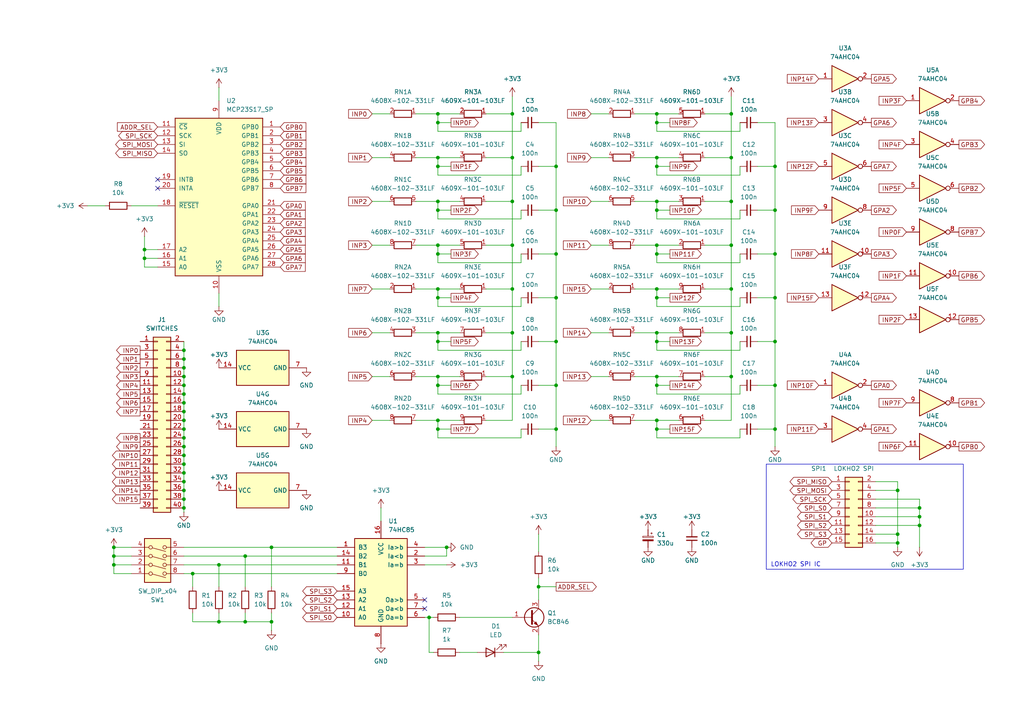
<source format=kicad_sch>
(kicad_sch (version 20250114) (generator "eeschema") (generator_version "9.0")
  (paper "A4")
  (rectangle (start 222.25 134.62) (end 279.4 165.1))
  (text "LOKHO2 SPI IC" (at 223.52 163.83 0) (effects (font (size 1.27 1.27)) (justify left)))
  (junction (at 53.34 132.08))
  (junction (at 212.09 83.82))
  (junction (at 127 73.66))
  (junction (at 148.59 45.72))
  (junction (at 53.34 121.92))
  (junction (at 53.34 109.22))
  (junction (at 375.92 114.3))
  (junction (at 190.5 86.36))
  (junction (at 127 99.06))
  (junction (at 127 86.36))
  (junction (at 212.09 58.42))
  (junction (at 53.34 101.6))
  (junction (at 212.09 45.72))
  (junction (at 375.92 38.1))
  (junction (at 71.12 180.34))
  (junction (at 127 35.56))
  (junction (at 127 109.22))
  (junction (at 190.5 33.02))
  (junction (at 156.21 189.23))
  (junction (at 190.5 124.46))
  (junction (at 156.21 170.18))
  (junction (at 53.34 144.78))
  (junction (at 224.79 99.06))
  (junction (at 78.74 180.34))
  (junction (at 63.5 163.83))
  (junction (at 224.79 60.96))
  (junction (at 260.35 157.48))
  (junction (at 337.82 88.9))
  (junction (at 190.5 71.12))
  (junction (at 375.92 50.8))
  (junction (at 161.29 60.96))
  (junction (at 224.79 73.66))
  (junction (at 78.74 158.75))
  (junction (at 375.92 63.5))
  (junction (at 148.59 58.42))
  (junction (at 33.02 161.29))
  (junction (at 212.09 71.12))
  (junction (at 190.5 96.52))
  (junction (at 190.5 45.72))
  (junction (at 375.92 76.2))
  (junction (at 53.34 139.7))
  (junction (at 124.46 179.07))
  (junction (at 53.34 147.32))
  (junction (at 33.02 163.83))
  (junction (at 190.5 48.26))
  (junction (at 148.59 71.12))
  (junction (at 33.02 158.75))
  (junction (at 266.7 152.4))
  (junction (at 53.34 137.16))
  (junction (at 53.34 142.24))
  (junction (at 127 48.26))
  (junction (at 41.91 72.39))
  (junction (at 53.34 111.76))
  (junction (at 161.29 48.26))
  (junction (at 53.34 119.38))
  (junction (at 375.92 88.9))
  (junction (at 161.29 124.46))
  (junction (at 337.82 38.1))
  (junction (at 53.34 134.62))
  (junction (at 127 60.96))
  (junction (at 161.29 86.36))
  (junction (at 127 45.72))
  (junction (at 212.09 109.22))
  (junction (at 127 124.46))
  (junction (at 127 33.02))
  (junction (at 266.7 149.86))
  (junction (at 212.09 33.02))
  (junction (at 71.12 161.29))
  (junction (at 127 121.92))
  (junction (at 53.34 114.3))
  (junction (at 190.5 99.06))
  (junction (at 127 83.82))
  (junction (at 190.5 58.42))
  (junction (at 53.34 106.68))
  (junction (at 41.91 74.93))
  (junction (at 212.09 96.52))
  (junction (at 127 96.52))
  (junction (at 190.5 111.76))
  (junction (at 190.5 60.96))
  (junction (at 53.34 129.54))
  (junction (at 53.34 116.84))
  (junction (at 190.5 35.56))
  (junction (at 260.35 154.94))
  (junction (at 127 58.42))
  (junction (at 129.54 158.75))
  (junction (at 53.34 124.46))
  (junction (at 190.5 83.82))
  (junction (at 53.34 127))
  (junction (at 127 71.12))
  (junction (at 224.79 86.36))
  (junction (at 190.5 121.92))
  (junction (at 190.5 73.66))
  (junction (at 53.34 104.14))
  (junction (at 266.7 147.32))
  (junction (at 337.82 50.8))
  (junction (at 127 111.76))
  (junction (at 190.5 109.22))
  (junction (at 337.82 63.5))
  (junction (at 161.29 73.66))
  (junction (at 148.59 83.82))
  (junction (at 63.5 180.34))
  (junction (at 224.79 124.46))
  (junction (at 224.79 111.76))
  (junction (at 148.59 33.02))
  (junction (at 260.35 142.24))
  (junction (at 148.59 109.22))
  (junction (at 55.88 166.37))
  (junction (at 148.59 96.52))
  (junction (at 224.79 48.26))
  (junction (at 337.82 101.6))
  (junction (at 161.29 111.76))
  (junction (at 337.82 114.3))
  (junction (at 337.82 76.2))
  (junction (at 375.92 101.6))
  (junction (at 161.29 99.06))
  (no_connect (at 45.72 52.07))
  (no_connect (at 123.19 176.53))
  (no_connect (at 123.19 173.99))
  (no_connect (at 45.72 54.61))
  (wire (pts (xy 53.34 139.7) (xy 53.34 142.24)))
  (wire (pts (xy 190.5 48.26) (xy 190.5 45.72)))
  (wire (pts (xy 219.71 73.66) (xy 224.79 73.66)))
  (wire (pts (xy 368.3 38.1) (xy 375.92 38.1)))
  (wire (pts (xy 212.09 83.82) (xy 212.09 71.12)))
  (wire (pts (xy 190.5 35.56) (xy 194.31 35.56)))
  (wire (pts (xy 33.02 163.83) (xy 33.02 166.37)))
  (wire (pts (xy 124.46 189.23) (xy 124.46 179.07)))
  (wire (pts (xy 107.95 33.02) (xy 113.03 33.02)))
  (wire (pts (xy 337.82 88.9) (xy 337.82 101.6)))
  (wire (pts (xy 156.21 73.66) (xy 161.29 73.66)))
  (wire (pts (xy 127 121.92) (xy 133.35 121.92)))
  (wire (pts (xy 156.21 111.76) (xy 161.29 111.76)))
  (wire (pts (xy 53.34 99.06) (xy 53.34 101.6)))
  (wire (pts (xy 353.06 101.6) (xy 360.68 101.6)))
  (wire (pts (xy 41.91 72.39) (xy 45.72 72.39)))
  (wire (pts (xy 151.13 124.46) (xy 151.13 127)))
  (wire (pts (xy 353.06 38.1) (xy 360.68 38.1)))
  (wire (pts (xy 53.34 137.16) (xy 53.34 139.7)))
  (wire (pts (xy 63.5 25.4) (xy 63.5 29.21)))
  (wire (pts (xy 156.21 170.18) (xy 156.21 173.99)))
  (wire (pts (xy 127 88.9) (xy 151.13 88.9)))
  (wire (pts (xy 190.5 111.76) (xy 190.5 109.22)))
  (wire (pts (xy 375.92 25.4) (xy 375.92 38.1)))
  (wire (pts (xy 129.54 161.29) (xy 123.19 161.29)))
  (wire (pts (xy 33.02 161.29) (xy 33.02 163.83)))
  (wire (pts (xy 120.65 58.42) (xy 127 58.42)))
  (wire (pts (xy 368.3 101.6) (xy 375.92 101.6)))
  (wire (pts (xy 127 127) (xy 151.13 127)))
  (wire (pts (xy 375.92 76.2) (xy 375.92 88.9)))
  (wire (pts (xy 330.2 38.1) (xy 337.82 38.1)))
  (wire (pts (xy 127 50.8) (xy 127 48.26)))
  (wire (pts (xy 53.34 119.38) (xy 53.34 121.92)))
  (wire (pts (xy 314.96 63.5) (xy 322.58 63.5)))
  (wire (pts (xy 133.35 179.07) (xy 148.59 179.07)))
  (wire (pts (xy 224.79 124.46) (xy 224.79 111.76)))
  (wire (pts (xy 25.4 59.69) (xy 30.48 59.69)))
  (wire (pts (xy 55.88 166.37) (xy 55.88 170.18)))
  (wire (pts (xy 214.63 76.2) (xy 190.5 76.2)))
  (wire (pts (xy 266.7 144.78) (xy 266.7 147.32)))
  (wire (pts (xy 53.34 161.29) (xy 71.12 161.29)))
  (wire (pts (xy 212.09 71.12) (xy 212.09 58.42)))
  (wire (pts (xy 53.34 114.3) (xy 53.34 116.84)))
  (wire (pts (xy 190.5 127) (xy 214.63 127)))
  (wire (pts (xy 214.63 99.06) (xy 214.63 101.6)))
  (wire (pts (xy 254 139.7) (xy 260.35 139.7)))
  (wire (pts (xy 63.5 163.83) (xy 63.5 170.18)))
  (wire (pts (xy 190.5 111.76) (xy 194.31 111.76)))
  (wire (pts (xy 190.5 83.82) (xy 196.85 83.82)))
  (wire (pts (xy 120.65 45.72) (xy 127 45.72)))
  (wire (pts (xy 127 38.1) (xy 127 35.56)))
  (wire (pts (xy 254 152.4) (xy 266.7 152.4)))
  (wire (pts (xy 161.29 170.18) (xy 156.21 170.18)))
  (wire (pts (xy 71.12 161.29) (xy 97.79 161.29)))
  (wire (pts (xy 190.5 50.8) (xy 190.5 48.26)))
  (wire (pts (xy 148.59 45.72) (xy 148.59 33.02)))
  (wire (pts (xy 219.71 48.26) (xy 224.79 48.26)))
  (wire (pts (xy 314.96 38.1) (xy 322.58 38.1)))
  (wire (pts (xy 190.5 60.96) (xy 190.5 58.42)))
  (wire (pts (xy 127 88.9) (xy 127 86.36)))
  (wire (pts (xy 55.88 177.8) (xy 55.88 180.34)))
  (wire (pts (xy 120.65 121.92) (xy 127 121.92)))
  (wire (pts (xy 78.74 158.75) (xy 97.79 158.75)))
  (wire (pts (xy 190.5 76.2) (xy 190.5 73.66)))
  (wire (pts (xy 33.02 158.75) (xy 38.1 158.75)))
  (wire (pts (xy 127 111.76) (xy 130.81 111.76)))
  (wire (pts (xy 190.5 33.02) (xy 196.85 33.02)))
  (wire (pts (xy 190.5 121.92) (xy 196.85 121.92)))
  (wire (pts (xy 161.29 99.06) (xy 161.29 86.36)))
  (wire (pts (xy 53.34 142.24) (xy 53.34 144.78)))
  (wire (pts (xy 368.3 63.5) (xy 375.92 63.5)))
  (wire (pts (xy 127 45.72) (xy 133.35 45.72)))
  (wire (pts (xy 190.5 96.52) (xy 196.85 96.52)))
  (wire (pts (xy 41.91 74.93) (xy 45.72 74.93)))
  (wire (pts (xy 190.5 73.66) (xy 194.31 73.66)))
  (wire (pts (xy 127 35.56) (xy 127 33.02)))
  (wire (pts (xy 190.5 86.36) (xy 190.5 83.82)))
  (wire (pts (xy 63.5 163.83) (xy 97.79 163.83)))
  (wire (pts (xy 212.09 96.52) (xy 212.09 83.82)))
  (wire (pts (xy 127 101.6) (xy 151.13 101.6)))
  (wire (pts (xy 330.2 50.8) (xy 337.82 50.8)))
  (wire (pts (xy 127 109.22) (xy 133.35 109.22)))
  (wire (pts (xy 127 73.66) (xy 127 71.12)))
  (wire (pts (xy 337.82 119.38) (xy 337.82 114.3)))
  (wire (pts (xy 161.29 111.76) (xy 161.29 99.06)))
  (wire (pts (xy 190.5 60.96) (xy 194.31 60.96)))
  (wire (pts (xy 156.21 124.46) (xy 161.29 124.46)))
  (wire (pts (xy 140.97 121.92) (xy 148.59 121.92)))
  (wire (pts (xy 266.7 147.32) (xy 266.7 149.86)))
  (wire (pts (xy 184.15 109.22) (xy 190.5 109.22)))
  (wire (pts (xy 140.97 71.12) (xy 148.59 71.12)))
  (wire (pts (xy 224.79 86.36) (xy 224.79 73.66)))
  (wire (pts (xy 337.82 101.6) (xy 337.82 114.3)))
  (wire (pts (xy 53.34 163.83) (xy 63.5 163.83)))
  (wire (pts (xy 190.5 73.66) (xy 190.5 71.12)))
  (wire (pts (xy 224.79 111.76) (xy 224.79 99.06)))
  (wire (pts (xy 184.15 121.92) (xy 190.5 121.92)))
  (wire (pts (xy 127 48.26) (xy 127 45.72)))
  (wire (pts (xy 156.21 154.94) (xy 156.21 160.02)))
  (wire (pts (xy 140.97 96.52) (xy 148.59 96.52)))
  (wire (pts (xy 127 124.46) (xy 130.81 124.46)))
  (wire (pts (xy 140.97 109.22) (xy 148.59 109.22)))
  (wire (pts (xy 368.3 88.9) (xy 375.92 88.9)))
  (wire (pts (xy 212.09 121.92) (xy 212.09 109.22)))
  (wire (pts (xy 41.91 72.39) (xy 41.91 74.93)))
  (wire (pts (xy 107.95 71.12) (xy 113.03 71.12)))
  (wire (pts (xy 107.95 109.22) (xy 113.03 109.22)))
  (wire (pts (xy 214.63 48.26) (xy 214.63 50.8)))
  (wire (pts (xy 184.15 58.42) (xy 190.5 58.42)))
  (wire (pts (xy 337.82 38.1) (xy 337.82 50.8)))
  (wire (pts (xy 171.45 33.02) (xy 176.53 33.02)))
  (wire (pts (xy 190.5 99.06) (xy 190.5 96.52)))
  (wire (pts (xy 53.34 129.54) (xy 53.34 132.08)))
  (wire (pts (xy 260.35 158.75) (xy 260.35 157.48)))
  (wire (pts (xy 127 114.3) (xy 151.13 114.3)))
  (wire (pts (xy 375.92 38.1) (xy 375.92 50.8)))
  (wire (pts (xy 224.79 60.96) (xy 224.79 48.26)))
  (wire (pts (xy 120.65 33.02) (xy 127 33.02)))
  (wire (pts (xy 212.09 45.72) (xy 212.09 33.02)))
  (wire (pts (xy 190.5 88.9) (xy 214.63 88.9)))
  (wire (pts (xy 214.63 50.8) (xy 190.5 50.8)))
  (wire (pts (xy 156.21 86.36) (xy 161.29 86.36)))
  (wire (pts (xy 53.34 124.46) (xy 53.34 127)))
  (wire (pts (xy 368.3 76.2) (xy 375.92 76.2)))
  (wire (pts (xy 107.95 58.42) (xy 113.03 58.42)))
  (wire (pts (xy 190.5 45.72) (xy 196.85 45.72)))
  (wire (pts (xy 110.49 147.32) (xy 110.49 151.13)))
  (wire (pts (xy 161.29 35.56) (xy 156.21 35.56)))
  (wire (pts (xy 127 60.96) (xy 130.81 60.96)))
  (wire (pts (xy 38.1 59.69) (xy 45.72 59.69)))
  (wire (pts (xy 120.65 83.82) (xy 127 83.82)))
  (wire (pts (xy 171.45 109.22) (xy 176.53 109.22)))
  (wire (pts (xy 33.02 166.37) (xy 38.1 166.37)))
  (wire (pts (xy 353.06 88.9) (xy 360.68 88.9)))
  (wire (pts (xy 161.29 60.96) (xy 161.29 48.26)))
  (wire (pts (xy 53.34 127) (xy 53.34 129.54)))
  (wire (pts (xy 224.79 35.56) (xy 219.71 35.56)))
  (wire (pts (xy 151.13 99.06) (xy 151.13 101.6)))
  (wire (pts (xy 127 48.26) (xy 130.81 48.26)))
  (wire (pts (xy 127 71.12) (xy 133.35 71.12)))
  (wire (pts (xy 151.13 86.36) (xy 151.13 88.9)))
  (wire (pts (xy 53.34 101.6) (xy 53.34 104.14)))
  (wire (pts (xy 151.13 63.5) (xy 127 63.5)))
  (wire (pts (xy 148.59 109.22) (xy 148.59 96.52)))
  (wire (pts (xy 140.97 58.42) (xy 148.59 58.42)))
  (wire (pts (xy 204.47 121.92) (xy 212.09 121.92)))
  (wire (pts (xy 375.92 119.38) (xy 375.92 114.3)))
  (wire (pts (xy 353.06 63.5) (xy 360.68 63.5)))
  (wire (pts (xy 330.2 63.5) (xy 337.82 63.5)))
  (wire (pts (xy 330.2 25.4) (xy 337.82 25.4)))
  (wire (pts (xy 219.71 124.46) (xy 224.79 124.46)))
  (wire (pts (xy 148.59 71.12) (xy 148.59 58.42)))
  (wire (pts (xy 151.13 50.8) (xy 127 50.8)))
  (wire (pts (xy 190.5 86.36) (xy 194.31 86.36)))
  (wire (pts (xy 53.34 132.08) (xy 53.34 134.62)))
  (wire (pts (xy 184.15 71.12) (xy 190.5 71.12)))
  (wire (pts (xy 161.29 124.46) (xy 161.29 129.54)))
  (wire (pts (xy 146.05 189.23) (xy 156.21 189.23)))
  (wire (pts (xy 148.59 27.94) (xy 148.59 33.02)))
  (wire (pts (xy 161.29 124.46) (xy 161.29 111.76)))
  (wire (pts (xy 368.3 50.8) (xy 375.92 50.8)))
  (wire (pts (xy 127 58.42) (xy 133.35 58.42)))
  (wire (pts (xy 127 99.06) (xy 130.81 99.06)))
  (wire (pts (xy 224.79 99.06) (xy 224.79 86.36)))
  (wire (pts (xy 171.45 121.92) (xy 176.53 121.92)))
  (wire (pts (xy 214.63 60.96) (xy 214.63 63.5)))
  (wire (pts (xy 212.09 58.42) (xy 212.09 45.72)))
  (wire (pts (xy 33.02 161.29) (xy 38.1 161.29)))
  (wire (pts (xy 190.5 71.12) (xy 196.85 71.12)))
  (wire (pts (xy 53.34 106.68) (xy 53.34 109.22)))
  (wire (pts (xy 184.15 45.72) (xy 190.5 45.72)))
  (wire (pts (xy 133.35 189.23) (xy 138.43 189.23)))
  (wire (pts (xy 171.45 45.72) (xy 176.53 45.72)))
  (wire (pts (xy 224.79 48.26) (xy 224.79 35.56)))
  (wire (pts (xy 53.34 147.32) (xy 53.34 148.59)))
  (wire (pts (xy 107.95 96.52) (xy 113.03 96.52)))
  (wire (pts (xy 337.82 114.3) (xy 330.2 114.3)))
  (wire (pts (xy 375.92 101.6) (xy 375.92 114.3)))
  (wire (pts (xy 63.5 180.34) (xy 71.12 180.34)))
  (wire (pts (xy 127 101.6) (xy 127 99.06)))
  (wire (pts (xy 125.73 189.23) (xy 124.46 189.23)))
  (wire (pts (xy 156.21 99.06) (xy 161.29 99.06)))
  (wire (pts (xy 330.2 101.6) (xy 337.82 101.6)))
  (wire (pts (xy 127 63.5) (xy 127 60.96)))
  (wire (pts (xy 53.34 144.78) (xy 53.34 147.32)))
  (wire (pts (xy 151.13 60.96) (xy 151.13 63.5)))
  (wire (pts (xy 314.96 25.4) (xy 322.58 25.4)))
  (wire (pts (xy 71.12 180.34) (xy 78.74 180.34)))
  (wire (pts (xy 171.45 96.52) (xy 176.53 96.52)))
  (wire (pts (xy 41.91 74.93) (xy 41.91 77.47)))
  (wire (pts (xy 190.5 38.1) (xy 190.5 35.56)))
  (wire (pts (xy 127 96.52) (xy 133.35 96.52)))
  (wire (pts (xy 120.65 96.52) (xy 127 96.52)))
  (wire (pts (xy 41.91 77.47) (xy 45.72 77.47)))
  (wire (pts (xy 214.63 38.1) (xy 190.5 38.1)))
  (wire (pts (xy 314.96 76.2) (xy 322.58 76.2)))
  (wire (pts (xy 337.82 50.8) (xy 337.82 63.5)))
  (wire (pts (xy 140.97 83.82) (xy 148.59 83.82)))
  (wire (pts (xy 53.34 134.62) (xy 53.34 137.16)))
  (wire (pts (xy 161.29 48.26) (xy 161.29 35.56)))
  (wire (pts (xy 148.59 96.52) (xy 148.59 83.82)))
  (wire (pts (xy 190.5 124.46) (xy 190.5 121.92)))
  (wire (pts (xy 204.47 96.52) (xy 212.09 96.52)))
  (wire (pts (xy 151.13 73.66) (xy 151.13 76.2)))
  (wire (pts (xy 314.96 88.9) (xy 322.58 88.9)))
  (wire (pts (xy 107.95 45.72) (xy 113.03 45.72)))
  (wire (pts (xy 171.45 83.82) (xy 176.53 83.82)))
  (wire (pts (xy 190.5 127) (xy 190.5 124.46)))
  (wire (pts (xy 214.63 73.66) (xy 214.63 76.2)))
  (wire (pts (xy 190.5 99.06) (xy 194.31 99.06)))
  (wire (pts (xy 151.13 38.1) (xy 127 38.1)))
  (wire (pts (xy 127 111.76) (xy 127 109.22)))
  (wire (pts (xy 337.82 76.2) (xy 337.82 88.9)))
  (wire (pts (xy 219.71 111.76) (xy 224.79 111.76)))
  (wire (pts (xy 190.5 109.22) (xy 196.85 109.22)))
  (wire (pts (xy 171.45 58.42) (xy 176.53 58.42)))
  (wire (pts (xy 127 99.06) (xy 127 96.52)))
  (wire (pts (xy 190.5 63.5) (xy 190.5 60.96)))
  (wire (pts (xy 214.63 124.46) (xy 214.63 127)))
  (wire (pts (xy 190.5 58.42) (xy 196.85 58.42)))
  (wire (pts (xy 337.82 63.5) (xy 337.82 76.2)))
  (wire (pts (xy 214.63 63.5) (xy 190.5 63.5)))
  (wire (pts (xy 127 73.66) (xy 130.81 73.66)))
  (wire (pts (xy 190.5 101.6) (xy 190.5 99.06)))
  (wire (pts (xy 53.34 166.37) (xy 55.88 166.37)))
  (wire (pts (xy 375.92 88.9) (xy 375.92 101.6)))
  (wire (pts (xy 148.59 33.02) (xy 140.97 33.02)))
  (wire (pts (xy 107.95 83.82) (xy 113.03 83.82)))
  (wire (pts (xy 190.5 114.3) (xy 190.5 111.76)))
  (wire (pts (xy 123.19 179.07) (xy 124.46 179.07)))
  (wire (pts (xy 127 114.3) (xy 127 111.76)))
  (wire (pts (xy 123.19 158.75) (xy 129.54 158.75)))
  (wire (pts (xy 214.63 35.56) (xy 214.63 38.1)))
  (wire (pts (xy 337.82 25.4) (xy 337.82 38.1)))
  (wire (pts (xy 190.5 88.9) (xy 190.5 86.36)))
  (wire (pts (xy 190.5 48.26) (xy 194.31 48.26)))
  (wire (pts (xy 184.15 96.52) (xy 190.5 96.52)))
  (wire (pts (xy 260.35 157.48) (xy 254 157.48)))
  (wire (pts (xy 184.15 83.82) (xy 190.5 83.82)))
  (wire (pts (xy 260.35 139.7) (xy 260.35 142.24)))
  (wire (pts (xy 214.63 86.36) (xy 214.63 88.9)))
  (wire (pts (xy 78.74 177.8) (xy 78.74 180.34)))
  (wire (pts (xy 71.12 161.29) (xy 71.12 170.18)))
  (wire (pts (xy 53.34 121.92) (xy 53.34 124.46)))
  (wire (pts (xy 204.47 109.22) (xy 212.09 109.22)))
  (wire (pts (xy 190.5 124.46) (xy 194.31 124.46)))
  (wire (pts (xy 260.35 154.94) (xy 260.35 157.48)))
  (wire (pts (xy 156.21 167.64) (xy 156.21 170.18)))
  (wire (pts (xy 124.46 179.07) (xy 125.73 179.07)))
  (wire (pts (xy 260.35 142.24) (xy 260.35 154.94)))
  (wire (pts (xy 127 86.36) (xy 130.81 86.36)))
  (wire (pts (xy 151.13 76.2) (xy 127 76.2)))
  (wire (pts (xy 330.2 76.2) (xy 337.82 76.2)))
  (wire (pts (xy 314.96 114.3) (xy 322.58 114.3)))
  (wire (pts (xy 375.92 114.3) (xy 368.3 114.3)))
  (wire (pts (xy 156.21 189.23) (xy 156.21 191.77)))
  (wire (pts (xy 375.92 63.5) (xy 375.92 76.2)))
  (wire (pts (xy 171.45 71.12) (xy 176.53 71.12)))
  (wire (pts (xy 63.5 177.8) (xy 63.5 180.34)))
  (wire (pts (xy 120.65 71.12) (xy 127 71.12)))
  (wire (pts (xy 161.29 86.36) (xy 161.29 73.66)))
  (wire (pts (xy 63.5 85.09) (xy 63.5 88.9)))
  (wire (pts (xy 204.47 45.72) (xy 212.09 45.72)))
  (wire (pts (xy 156.21 184.15) (xy 156.21 189.23)))
  (wire (pts (xy 156.21 48.26) (xy 161.29 48.26)))
  (wire (pts (xy 212.09 27.94) (xy 212.09 33.02)))
  (wire (pts (xy 254 154.94) (xy 260.35 154.94)))
  (wire (pts (xy 127 83.82) (xy 133.35 83.82)))
  (wire (pts (xy 212.09 33.02) (xy 204.47 33.02)))
  (wire (pts (xy 190.5 114.3) (xy 214.63 114.3)))
  (wire (pts (xy 148.59 121.92) (xy 148.59 109.22)))
  (wire (pts (xy 254 144.78) (xy 266.7 144.78)))
  (wire (pts (xy 148.59 58.42) (xy 148.59 45.72)))
  (wire (pts (xy 219.71 60.96) (xy 224.79 60.96)))
  (wire (pts (xy 204.47 71.12) (xy 212.09 71.12)))
  (wire (pts (xy 127 76.2) (xy 127 73.66)))
  (wire (pts (xy 53.34 109.22) (xy 53.34 111.76)))
  (wire (pts (xy 151.13 35.56) (xy 151.13 38.1)))
  (wire (pts (xy 53.34 116.84) (xy 53.34 119.38)))
  (wire (pts (xy 123.19 163.83) (xy 129.54 163.83)))
  (wire (pts (xy 190.5 101.6) (xy 214.63 101.6)))
  (wire (pts (xy 41.91 68.58) (xy 41.91 72.39)))
  (wire (pts (xy 254 147.32) (xy 266.7 147.32)))
  (wire (pts (xy 204.47 58.42) (xy 212.09 58.42)))
  (wire (pts (xy 254 142.24) (xy 260.35 142.24)))
  (wire (pts (xy 375.92 50.8) (xy 375.92 63.5)))
  (wire (pts (xy 148.59 83.82) (xy 148.59 71.12)))
  (wire (pts (xy 78.74 180.34) (xy 78.74 182.88)))
  (wire (pts (xy 127 33.02) (xy 133.35 33.02)))
  (wire (pts (xy 161.29 73.66) (xy 161.29 60.96)))
  (wire (pts (xy 127 35.56) (xy 130.81 35.56)))
  (wire (pts (xy 156.21 60.96) (xy 161.29 60.96)))
  (wire (pts (xy 190.5 35.56) (xy 190.5 33.02)))
  (wire (pts (xy 219.71 86.36) (xy 224.79 86.36)))
  (wire (pts (xy 254 149.86) (xy 266.7 149.86)))
  (wire (pts (xy 224.79 124.46) (xy 224.79 129.54)))
  (wire (pts (xy 314.96 50.8) (xy 322.58 50.8)))
  (wire (pts (xy 151.13 48.26) (xy 151.13 50.8)))
  (wire (pts (xy 78.74 158.75) (xy 78.74 170.18)))
  (wire (pts (xy 353.06 25.4) (xy 360.68 25.4)))
  (wire (pts (xy 140.97 45.72) (xy 148.59 45.72)))
  (wire (pts (xy 204.47 83.82) (xy 212.09 83.82)))
  (wire (pts (xy 184.15 33.02) (xy 190.5 33.02)))
  (wire (pts (xy 127 127) (xy 127 124.46)))
  (wire (pts (xy 33.02 158.75) (xy 33.02 161.29)))
  (wire (pts (xy 55.88 180.34) (xy 63.5 180.34)))
  (wire (pts (xy 129.54 158.75) (xy 129.54 161.29)))
  (wire (pts (xy 151.13 111.76) (xy 151.13 114.3)))
  (wire (pts (xy 368.3 25.4) (xy 375.92 25.4)))
  (wire (pts (xy 127 124.46) (xy 127 121.92)))
  (wire (pts (xy 219.71 99.06) (xy 224.79 99.06)))
  (wire (pts (xy 107.95 121.92) (xy 113.03 121.92)))
  (wire (pts (xy 33.02 163.83) (xy 38.1 163.83)))
  (wire (pts (xy 127 86.36) (xy 127 83.82)))
  (wire (pts (xy 71.12 177.8) (xy 71.12 180.34)))
  (wire (pts (xy 53.34 158.75) (xy 78.74 158.75)))
  (wire (pts (xy 330.2 88.9) (xy 337.82 88.9)))
  (wire (pts (xy 55.88 166.37) (xy 97.79 166.37)))
  (wire (pts (xy 266.7 152.4) (xy 266.7 149.86)))
  (wire (pts (xy 120.65 109.22) (xy 127 109.22)))
  (wire (pts (xy 214.63 111.76) (xy 214.63 114.3)))
  (wire (pts (xy 224.79 73.66) (xy 224.79 60.96)))
  (wire (pts (xy 127 60.96) (xy 127 58.42)))
  (wire (pts (xy 212.09 109.22) (xy 212.09 96.52)))
  (wire (pts (xy 353.06 76.2) (xy 360.68 76.2)))
  (wire (pts (xy 314.96 101.6) (xy 322.58 101.6)))
  (wire (pts (xy 266.7 158.75) (xy 266.7 152.4)))
  (wire (pts (xy 353.06 114.3) (xy 360.68 114.3)))
  (wire (pts (xy 53.34 111.76) (xy 53.34 114.3)))
  (wire (pts (xy 353.06 50.8) (xy 360.68 50.8)))
  (wire (pts (xy 53.34 104.14) (xy 53.34 106.68)))
  (global_label "GPB1" (shape input) (at 81.28 39.37 0) (property "Intersheetrefs" "${INTERSHEET_REFS}" (effects (hide yes))))
  (global_label "GPA6" (shape output) (at 252.73 35.56 0) (property "Intersheetrefs" "${INTERSHEET_REFS}" (effects (hide yes))))
  (global_label "INP11F" (shape output) (at 194.31 73.66 0) (property "Intersheetrefs" "${INTERSHEET_REFS}" (effects (hide yes))))
  (global_label "GPA0" (shape input) (at 81.28 59.69 0) (property "Intersheetrefs" "${INTERSHEET_REFS}" (effects (hide yes))))
  (global_label "GPA1" (shape output) (at 252.73 124.46 0) (property "Intersheetrefs" "${INTERSHEET_REFS}" (effects (hide yes))))
  (global_label "GPA3" (shape input) (at 81.28 67.31 0) (property "Intersheetrefs" "${INTERSHEET_REFS}" (effects (hide yes))))
  (global_label "GPB0" (shape input) (at 81.28 36.83 0) (property "Intersheetrefs" "${INTERSHEET_REFS}" (effects (hide yes))))
  (global_label "INP10F" (shape output) (at 194.31 60.96 0) (property "Intersheetrefs" "${INTERSHEET_REFS}" (effects (hide yes))))
  (global_label "GPA5" (shape input) (at 309.88 88.9 180) (property "Intersheetrefs" "${INTERSHEET_REFS}" (effects (hide yes))))
  (global_label "INP13F" (shape input) (at 237.49 35.56 180) (property "Intersheetrefs" "${INTERSHEET_REFS}" (effects (hide yes))))
  (global_label "INP14" (shape input) (at 171.45 96.52 180) (property "Intersheetrefs" "${INTERSHEET_REFS}" (effects (hide yes))))
  (global_label "GPA1" (shape input) (at 309.88 38.1 180) (property "Intersheetrefs" "${INTERSHEET_REFS}" (effects (hide yes))))
  (global_label "INP5" (shape input) (at 107.95 109.22 180) (property "Intersheetrefs" "${INTERSHEET_REFS}" (effects (hide yes))))
  (global_label "SPI_MISO" (shape bidirectional) (at 241.3 139.7 180) (property "Intersheetrefs" "${INTERSHEET_REFS}" (effects (hide yes))))
  (global_label "SPI_S0" (shape bidirectional) (at 241.3 147.32 180) (property "Intersheetrefs" "${INTERSHEET_REFS}" (effects (hide yes))))
  (global_label "INP11F" (shape input) (at 237.49 124.46 180) (property "Intersheetrefs" "${INTERSHEET_REFS}" (effects (hide yes))))
  (global_label "INP5" (shape output) (at 40.64 114.3 180) (property "Intersheetrefs" "${INTERSHEET_REFS}" (effects (hide yes))))
  (global_label "SPI_S3" (shape bidirectional) (at 97.79 171.45 180) (property "Intersheetrefs" "${INTERSHEET_REFS}" (effects (hide yes))))
  (global_label "INP14F" (shape input) (at 237.49 22.86 180) (property "Intersheetrefs" "${INTERSHEET_REFS}" (effects (hide yes))))
  (global_label "SPI_MISO" (shape bidirectional) (at 45.72 44.45 180) (property "Intersheetrefs" "${INTERSHEET_REFS}" (effects (hide yes))))
  (global_label "INP3F" (shape input) (at 262.89 29.21 180) (property "Intersheetrefs" "${INTERSHEET_REFS}" (effects (hide yes))))
  (global_label "GPA2" (shape input) (at 81.28 64.77 0) (property "Intersheetrefs" "${INTERSHEET_REFS}" (effects (hide yes))))
  (global_label "GPB1" (shape input) (at 347.98 38.1 180) (property "Intersheetrefs" "${INTERSHEET_REFS}" (effects (hide yes))))
  (global_label "INP13" (shape output) (at 40.64 139.7 180) (property "Intersheetrefs" "${INTERSHEET_REFS}" (effects (hide yes))))
  (global_label "INP15F" (shape input) (at 237.49 86.36 180) (property "Intersheetrefs" "${INTERSHEET_REFS}" (effects (hide yes))))
  (global_label "INP9F" (shape output) (at 194.31 48.26 0) (property "Intersheetrefs" "${INTERSHEET_REFS}" (effects (hide yes))))
  (global_label "SPI_S3" (shape bidirectional) (at 241.3 154.94 180) (property "Intersheetrefs" "${INTERSHEET_REFS}" (effects (hide yes))))
  (global_label "GPB0" (shape input) (at 347.98 25.4 180) (property "Intersheetrefs" "${INTERSHEET_REFS}" (effects (hide yes))))
  (global_label "INP15" (shape output) (at 40.64 144.78 180) (property "Intersheetrefs" "${INTERSHEET_REFS}" (effects (hide yes))))
  (global_label "INP7" (shape input) (at 107.95 83.82 180) (property "Intersheetrefs" "${INTERSHEET_REFS}" (effects (hide yes))))
  (global_label "INP9" (shape input) (at 171.45 45.72 180) (property "Intersheetrefs" "${INTERSHEET_REFS}" (effects (hide yes))))
  (global_label "GPB6" (shape input) (at 81.28 52.07 0) (property "Intersheetrefs" "${INTERSHEET_REFS}" (effects (hide yes))))
  (global_label "INP10" (shape output) (at 40.64 132.08 180) (property "Intersheetrefs" "${INTERSHEET_REFS}" (effects (hide yes))))
  (global_label "INP14" (shape output) (at 40.64 142.24 180) (property "Intersheetrefs" "${INTERSHEET_REFS}" (effects (hide yes))))
  (global_label "ADDR_SEL" (shape output) (at 161.29 170.18 0) (property "Intersheetrefs" "${INTERSHEET_REFS}" (effects (hide yes))))
  (global_label "INP10F" (shape input) (at 237.49 111.76 180) (property "Intersheetrefs" "${INTERSHEET_REFS}" (effects (hide yes))))
  (global_label "INP4F" (shape input) (at 262.89 41.91 180) (property "Intersheetrefs" "${INTERSHEET_REFS}" (effects (hide yes))))
  (global_label "GPA2" (shape input) (at 309.88 50.8 180) (property "Intersheetrefs" "${INTERSHEET_REFS}" (effects (hide yes))))
  (global_label "GPA3" (shape input) (at 309.88 63.5 180) (property "Intersheetrefs" "${INTERSHEET_REFS}" (effects (hide yes))))
  (global_label "SPI_S2" (shape bidirectional) (at 241.3 152.4 180) (property "Intersheetrefs" "${INTERSHEET_REFS}" (effects (hide yes))))
  (global_label "GPA4" (shape input) (at 309.88 76.2 180) (property "Intersheetrefs" "${INTERSHEET_REFS}" (effects (hide yes))))
  (global_label "GPB3" (shape input) (at 347.98 63.5 180) (property "Intersheetrefs" "${INTERSHEET_REFS}" (effects (hide yes))))
  (global_label "GPB4" (shape input) (at 347.98 76.2 180) (property "Intersheetrefs" "${INTERSHEET_REFS}" (effects (hide yes))))
  (global_label "GPB7" (shape input) (at 347.98 114.3 180) (property "Intersheetrefs" "${INTERSHEET_REFS}" (effects (hide yes))))
  (global_label "ADDR_SEL" (shape input) (at 45.72 36.83 180) (property "Intersheetrefs" "${INTERSHEET_REFS}" (effects (hide yes))))
  (global_label "GPA6" (shape input) (at 81.28 74.93 0) (property "Intersheetrefs" "${INTERSHEET_REFS}" (effects (hide yes))))
  (global_label "INP4F" (shape output) (at 130.81 86.36 0) (property "Intersheetrefs" "${INTERSHEET_REFS}" (effects (hide yes))))
  (global_label "GPB5" (shape input) (at 347.98 88.9 180) (property "Intersheetrefs" "${INTERSHEET_REFS}" (effects (hide yes))))
  (global_label "GPB4" (shape input) (at 81.28 46.99 0) (property "Intersheetrefs" "${INTERSHEET_REFS}" (effects (hide yes))))
  (global_label "INP2" (shape input) (at 107.95 58.42 180) (property "Intersheetrefs" "${INTERSHEET_REFS}" (effects (hide yes))))
  (global_label "GPB6" (shape output) (at 278.13 80.01 0) (property "Intersheetrefs" "${INTERSHEET_REFS}" (effects (hide yes))))
  (global_label "GPB4" (shape output) (at 278.13 29.21 0) (property "Intersheetrefs" "${INTERSHEET_REFS}" (effects (hide yes))))
  (global_label "GPB6" (shape input) (at 347.98 101.6 180) (property "Intersheetrefs" "${INTERSHEET_REFS}" (effects (hide yes))))
  (global_label "GPA5" (shape input) (at 81.28 72.39 0) (property "Intersheetrefs" "${INTERSHEET_REFS}" (effects (hide yes))))
  (global_label "SPI_S0" (shape bidirectional) (at 97.79 179.07 180) (property "Intersheetrefs" "${INTERSHEET_REFS}" (effects (hide yes))))
  (global_label "INP5F" (shape output) (at 130.81 99.06 0) (property "Intersheetrefs" "${INTERSHEET_REFS}" (effects (hide yes))))
  (global_label "INP3" (shape input) (at 107.95 71.12 180) (property "Intersheetrefs" "${INTERSHEET_REFS}" (effects (hide yes))))
  (global_label "INP0F" (shape output) (at 130.81 35.56 0) (property "Intersheetrefs" "${INTERSHEET_REFS}" (effects (hide yes))))
  (global_label "INP1" (shape output) (at 40.64 104.14 180) (property "Intersheetrefs" "${INTERSHEET_REFS}" (effects (hide yes))))
  (global_label "INP8F" (shape input) (at 237.49 73.66 180) (property "Intersheetrefs" "${INTERSHEET_REFS}" (effects (hide yes))))
  (global_label "INP1" (shape input) (at 107.95 45.72 180) (property "Intersheetrefs" "${INTERSHEET_REFS}" (effects (hide yes))))
  (global_label "INP0" (shape output) (at 40.64 101.6 180) (property "Intersheetrefs" "${INTERSHEET_REFS}" (effects (hide yes))))
  (global_label "GPA3" (shape output) (at 252.73 73.66 0) (property "Intersheetrefs" "${INTERSHEET_REFS}" (effects (hide yes))))
  (global_label "INP4" (shape output) (at 40.64 111.76 180) (property "Intersheetrefs" "${INTERSHEET_REFS}" (effects (hide yes))))
  (global_label "GPB1" (shape output) (at 278.13 116.84 0) (property "Intersheetrefs" "${INTERSHEET_REFS}" (effects (hide yes))))
  (global_label "INP12F" (shape input) (at 237.49 48.26 180) (property "Intersheetrefs" "${INTERSHEET_REFS}" (effects (hide yes))))
  (global_label "INP12F" (shape output) (at 194.31 86.36 0) (property "Intersheetrefs" "${INTERSHEET_REFS}" (effects (hide yes))))
  (global_label "INP10" (shape input) (at 171.45 58.42 180) (property "Intersheetrefs" "${INTERSHEET_REFS}" (effects (hide yes))))
  (global_label "INP2" (shape output) (at 40.64 106.68 180) (property "Intersheetrefs" "${INTERSHEET_REFS}" (effects (hide yes))))
  (global_label "INP7F" (shape output) (at 130.81 124.46 0) (property "Intersheetrefs" "${INTERSHEET_REFS}" (effects (hide yes))))
  (global_label "GPB0" (shape output) (at 278.13 129.54 0) (property "Intersheetrefs" "${INTERSHEET_REFS}" (effects (hide yes))))
  (global_label "GPA5" (shape output) (at 252.73 22.86 0) (property "Intersheetrefs" "${INTERSHEET_REFS}" (effects (hide yes))))
  (global_label "INP6F" (shape input) (at 262.89 129.54 180) (property "Intersheetrefs" "${INTERSHEET_REFS}" (effects (hide yes))))
  (global_label "INP15" (shape input) (at 171.45 83.82 180) (property "Intersheetrefs" "${INTERSHEET_REFS}" (effects (hide yes))))
  (global_label "GPA7" (shape input) (at 81.28 77.47 0) (property "Intersheetrefs" "${INTERSHEET_REFS}" (effects (hide yes))))
  (global_label "INP9F" (shape input) (at 237.49 60.96 180) (property "Intersheetrefs" "${INTERSHEET_REFS}" (effects (hide yes))))
  (global_label "INP12" (shape output) (at 40.64 137.16 180) (property "Intersheetrefs" "${INTERSHEET_REFS}" (effects (hide yes))))
  (global_label "GPA7" (shape output) (at 252.73 48.26 0) (property "Intersheetrefs" "${INTERSHEET_REFS}" (effects (hide yes))))
  (global_label "GPB3" (shape input) (at 81.28 44.45 0) (property "Intersheetrefs" "${INTERSHEET_REFS}" (effects (hide yes))))
  (global_label "INP15F" (shape output) (at 194.31 124.46 0) (property "Intersheetrefs" "${INTERSHEET_REFS}" (effects (hide yes))))
  (global_label "GPA0" (shape output) (at 252.73 111.76 0) (property "Intersheetrefs" "${INTERSHEET_REFS}" (effects (hide yes))))
  (global_label "SPI_S2" (shape bidirectional) (at 97.79 173.99 180) (property "Intersheetrefs" "${INTERSHEET_REFS}" (effects (hide yes))))
  (global_label "INP1F" (shape output) (at 130.81 48.26 0) (property "Intersheetrefs" "${INTERSHEET_REFS}" (effects (hide yes))))
  (global_label "INP6" (shape input) (at 107.95 96.52 180) (property "Intersheetrefs" "${INTERSHEET_REFS}" (effects (hide yes))))
  (global_label "GPB2" (shape input) (at 347.98 50.8 180) (property "Intersheetrefs" "${INTERSHEET_REFS}" (effects (hide yes))))
  (global_label "INP0" (shape input) (at 107.95 33.02 180) (property "Intersheetrefs" "${INTERSHEET_REFS}" (effects (hide yes))))
  (global_label "INP13F" (shape output) (at 194.31 99.06 0) (property "Intersheetrefs" "${INTERSHEET_REFS}" (effects (hide yes))))
  (global_label "GPB3" (shape output) (at 278.13 41.91 0) (property "Intersheetrefs" "${INTERSHEET_REFS}" (effects (hide yes))))
  (global_label "GPB5" (shape output) (at 278.13 92.71 0) (property "Intersheetrefs" "${INTERSHEET_REFS}" (effects (hide yes))))
  (global_label "GPA0" (shape input) (at 309.88 25.4 180) (property "Intersheetrefs" "${INTERSHEET_REFS}" (effects (hide yes))))
  (global_label "INP6" (shape output) (at 40.64 116.84 180) (property "Intersheetrefs" "${INTERSHEET_REFS}" (effects (hide yes))))
  (global_label "INP2F" (shape output) (at 130.81 60.96 0) (property "Intersheetrefs" "${INTERSHEET_REFS}" (effects (hide yes))))
  (global_label "GPB7" (shape output) (at 278.13 67.31 0) (property "Intersheetrefs" "${INTERSHEET_REFS}" (effects (hide yes))))
  (global_label "INP13" (shape input) (at 171.45 109.22 180) (property "Intersheetrefs" "${INTERSHEET_REFS}" (effects (hide yes))))
  (global_label "INP11" (shape input) (at 171.45 71.12 180) (property "Intersheetrefs" "${INTERSHEET_REFS}" (effects (hide yes))))
  (global_label "GPA2" (shape output) (at 252.73 60.96 0) (property "Intersheetrefs" "${INTERSHEET_REFS}" (effects (hide yes))))
  (global_label "SPI_MOSI" (shape bidirectional) (at 241.3 142.24 180) (property "Intersheetrefs" "${INTERSHEET_REFS}" (effects (hide yes))))
  (global_label "INP4" (shape input) (at 107.95 121.92 180) (property "Intersheetrefs" "${INTERSHEET_REFS}" (effects (hide yes))))
  (global_label "GPA4" (shape input) (at 81.28 69.85 0) (property "Intersheetrefs" "${INTERSHEET_REFS}" (effects (hide yes))))
  (global_label "INP5F" (shape input) (at 262.89 54.61 180) (property "Intersheetrefs" "${INTERSHEET_REFS}" (effects (hide yes))))
  (global_label "INP1F" (shape input) (at 262.89 80.01 180) (property "Intersheetrefs" "${INTERSHEET_REFS}" (effects (hide yes))))
  (global_label "INP7" (shape output) (at 40.64 119.38 180) (property "Intersheetrefs" "${INTERSHEET_REFS}" (effects (hide yes))))
  (global_label "GPA4" (shape output) (at 252.73 86.36 0) (property "Intersheetrefs" "${INTERSHEET_REFS}" (effects (hide yes))))
  (global_label "SPI_S1" (shape bidirectional) (at 97.79 176.53 180) (property "Intersheetrefs" "${INTERSHEET_REFS}" (effects (hide yes))))
  (global_label "GPA1" (shape input) (at 81.28 62.23 0) (property "Intersheetrefs" "${INTERSHEET_REFS}" (effects (hide yes))))
  (global_label "INP12" (shape input) (at 171.45 121.92 180) (property "Intersheetrefs" "${INTERSHEET_REFS}" (effects (hide yes))))
  (global_label "INP8F" (shape output) (at 194.31 35.56 0) (property "Intersheetrefs" "${INTERSHEET_REFS}" (effects (hide yes))))
  (global_label "GPB5" (shape input) (at 81.28 49.53 0) (property "Intersheetrefs" "${INTERSHEET_REFS}" (effects (hide yes))))
  (global_label "INP14F" (shape output) (at 194.31 111.76 0) (property "Intersheetrefs" "${INTERSHEET_REFS}" (effects (hide yes))))
  (global_label "INP11" (shape output) (at 40.64 134.62 180) (property "Intersheetrefs" "${INTERSHEET_REFS}" (effects (hide yes))))
  (global_label "INP8" (shape output) (at 40.64 127 180) (property "Intersheetrefs" "${INTERSHEET_REFS}" (effects (hide yes))))
  (global_label "GPA6" (shape input) (at 309.88 101.6 180) (property "Intersheetrefs" "${INTERSHEET_REFS}" (effects (hide yes))))
  (global_label "GPA7" (shape input) (at 309.88 114.3 180) (property "Intersheetrefs" "${INTERSHEET_REFS}" (effects (hide yes))))
  (global_label "INP0F" (shape input) (at 262.89 67.31 180) (property "Intersheetrefs" "${INTERSHEET_REFS}" (effects (hide yes))))
  (global_label "GP" (shape bidirectional) (at 241.3 157.48 180) (property "Intersheetrefs" "${INTERSHEET_REFS}" (effects (hide yes))))
  (global_label "GPB2" (shape output) (at 278.13 54.61 0) (property "Intersheetrefs" "${INTERSHEET_REFS}" (effects (hide yes))))
  (global_label "SPI_S1" (shape bidirectional) (at 241.3 149.86 180) (property "Intersheetrefs" "${INTERSHEET_REFS}" (effects (hide yes))))
  (global_label "GPB7" (shape input) (at 81.28 54.61 0) (property "Intersheetrefs" "${INTERSHEET_REFS}" (effects (hide yes))))
  (global_label "INP3" (shape output) (at 40.64 109.22 180) (property "Intersheetrefs" "${INTERSHEET_REFS}" (effects (hide yes))))
  (global_label "GPB2" (shape input) (at 81.28 41.91 0) (property "Intersheetrefs" "${INTERSHEET_REFS}" (effects (hide yes))))
  (global_label "INP2F" (shape input) (at 262.89 92.71 180) (property "Intersheetrefs" "${INTERSHEET_REFS}" (effects (hide yes))))
  (global_label "INP7F" (shape input) (at 262.89 116.84 180) (property "Intersheetrefs" "${INTERSHEET_REFS}" (effects (hide yes))))
  (global_label "SPI_SCK" (shape bidirectional) (at 45.72 39.37 180) (property "Intersheetrefs" "${INTERSHEET_REFS}" (effects (hide yes))))
  (global_label "INP3F" (shape output) (at 130.81 73.66 0) (property "Intersheetrefs" "${INTERSHEET_REFS}" (effects (hide yes))))
  (global_label "INP9" (shape output) (at 40.64 129.54 180) (property "Intersheetrefs" "${INTERSHEET_REFS}" (effects (hide yes))))
  (global_label "SPI_MOSI" (shape bidirectional) (at 45.72 41.91 180) (property "Intersheetrefs" "${INTERSHEET_REFS}" (effects (hide yes))))
  (global_label "INP6F" (shape output) (at 130.81 111.76 0) (property "Intersheetrefs" "${INTERSHEET_REFS}" (effects (hide yes))))
  (global_label "INP8" (shape input) (at 171.45 33.02 180) (property "Intersheetrefs" "${INTERSHEET_REFS}" (effects (hide yes))))
  (global_label "SPI_SCK" (shape bidirectional) (at 241.3 144.78 180) (property "Intersheetrefs" "${INTERSHEET_REFS}" (effects (hide yes))))
  (symbol (lib_id "power:+3V3") (at 63.5 124.46 0) (unit 1)
    (property "Reference" "#PWR05" (effects (hide yes)))
    (property "Value" "+3V3" (at 63.5 120.65 0))
  )
  (symbol (lib_id "Device:LED_Small_Filled") (at 350.52 38.1 180) (unit 1)
    (property "Reference" "D11" (at 350.4565 31.75 0))
    (property "Value" "R" (at 350.4565 34.29 0))
    (property "Footprint" "LED_SMD:LED_1206_3216Metric_Pad1.42x1.75mm_HandSolder" (effects (hide yes)))
    (property "Description" "Light emitting diode, small symbol, filled shape" (effects (hide yes)))
    (property "Sim.Pins" "1=K 2=A" (effects (hide yes)))
  )
  (symbol (lib_id "74xx:74AHC04") (at 76.2 142.24 90) (unit 7)
    (property "Reference" "U5" (at 76.2 132.08 90))
    (property "Value" "74AHC04" (at 76.2 134.62 90))
    (property "Footprint" "Package_DIP:DIP-14_W7.62mm" (effects (hide yes)))
    (property "Datasheet" "https://assets.nexperia.com/documents/data-sheet/74AHC_AHCT04.pdf" (effects (hide yes)))
    (property "Description" "Hex Inverter" (effects (hide yes)))
  )
  (symbol (lib_id "74xx:74AHC04") (at 76.2 106.68 90) (unit 7)
    (property "Reference" "U3" (at 76.2 96.52 90))
    (property "Value" "74AHC04" (at 76.2 99.06 90))
    (property "Footprint" "Package_DIP:DIP-14_W7.62mm" (effects (hide yes)))
    (property "Datasheet" "https://assets.nexperia.com/documents/data-sheet/74AHC_AHCT04.pdf" (effects (hide yes)))
    (property "Description" "Hex Inverter" (effects (hide yes)))
  )
  (symbol (lib_id "power:GND") (at 110.49 186.69 0) (unit 1)
    (property "Reference" "#PWR0108" (effects (hide yes)))
    (property "Value" "GND" (at 110.49 191.77 0))
    (property "Description" "Power symbol creates a global label with name \"GND\" , ground" (effects (hide yes)))
  )
  (symbol (lib_id "74xx:74AHC04") (at 245.11 60.96 0) (unit 4)
    (property "Reference" "U3" (at 245.11 52.07 0))
    (property "Value" "74AHC04" (at 245.11 54.61 0))
    (property "Footprint" "Package_DIP:DIP-14_W7.62mm" (effects (hide yes)))
    (property "Datasheet" "https://assets.nexperia.com/documents/data-sheet/74AHC_AHCT04.pdf" (effects (hide yes)))
    (property "Description" "Hex Inverter" (effects (hide yes)))
  )
  (symbol (lib_id "power:+3V3") (at 33.02 158.75 0) (unit 1)
    (property "Reference" "#PWR0105" (effects (hide yes)))
    (property "Value" "+3V3" (at 33.02 153.67 0))
    (property "Description" "Power symbol creates a global label with name \"+3V3\"" (effects (hide yes)))
  )
  (symbol (lib_id "Device:R_Network08_Split") (at 200.66 33.02 270) (unit 4)
    (property "Reference" "RN6" (at 200.66 26.67 90))
    (property "Value" "4609X-101-103LF" (at 200.66 29.21 90))
    (property "Footprint" "Resistor_THT:R_Array_SIP9" (effects (hide yes)))
    (property "Datasheet" "http://www.vishay.com/docs/31509/csc.pdf" (effects (hide yes)))
    (property "Description" "8 resistor network, star topology, bussed resistors, split" (effects (hide yes)))
  )
  (symbol (lib_id "74xx:74AHC04") (at 270.51 92.71 0) (unit 6)
    (property "Reference" "U5" (at 270.51 83.82 0))
    (property "Value" "74AHC04" (at 270.51 86.36 0))
    (property "Footprint" "Package_DIP:DIP-14_W7.62mm" (effects (hide yes)))
    (property "Datasheet" "https://assets.nexperia.com/documents/data-sheet/74AHC_AHCT04.pdf" (effects (hide yes)))
    (property "Description" "Hex Inverter" (effects (hide yes)))
  )
  (symbol (lib_id "Device:R_Pack04_SIP_Split") (at 180.34 71.12 90) (unit 4)
    (property "Reference" "RN4" (at 180.34 64.77 90))
    (property "Value" "4608X-102-331LF" (at 180.34 67.31 90))
    (property "Footprint" "Resistor_THT:R_Array_SIP8" (effects (hide yes)))
    (property "Datasheet" "http://www.vishay.com/docs/31509/csc.pdf" (effects (hide yes)))
    (property "Description" "4 resistor network, parallel topology, SIP package, split" (effects (hide yes)))
  )
  (symbol (lib_id "Device:R_Network08_Split") (at 326.39 25.4 270) (unit 1)
    (property "Reference" "RN7" (at 326.39 19.05 90))
    (property "Value" "4609X-101-102LF" (at 326.39 21.59 90))
    (property "Footprint" "Resistor_THT:R_Array_SIP9" (effects (hide yes)))
    (property "Datasheet" "http://www.vishay.com/docs/31509/csc.pdf" (effects (hide yes)))
    (property "Description" "8 resistor network, star topology, bussed resistors, split" (effects (hide yes)))
  )
  (symbol (lib_id "Device:R_Pack04_SIP_Split") (at 180.34 83.82 90) (unit 1)
    (property "Reference" "RN5" (at 180.34 77.47 90))
    (property "Value" "4608X-102-331LF" (at 180.34 80.01 90))
    (property "Footprint" "Resistor_THT:R_Array_SIP8" (effects (hide yes)))
    (property "Datasheet" "http://www.vishay.com/docs/31509/csc.pdf" (effects (hide yes)))
    (property "Description" "4 resistor network, parallel topology, SIP package, split" (effects (hide yes)))
  )
  (symbol (lib_id "Device:R_Pack04_SIP_Split") (at 116.84 45.72 90) (unit 2)
    (property "Reference" "RN1" (at 116.84 39.37 90))
    (property "Value" "4608X-102-331LF" (at 116.84 41.91 90))
    (property "Footprint" "Resistor_THT:R_Array_SIP8" (effects (hide yes)))
    (property "Datasheet" "http://www.vishay.com/docs/31509/csc.pdf" (effects (hide yes)))
    (property "Description" "4 resistor network, parallel topology, SIP package, split" (effects (hide yes)))
  )
  (symbol (lib_id "Device:LED") (at 142.24 189.23 180) (unit 1)
    (property "Reference" "D1" (at 143.8275 181.61 0))
    (property "Value" "LED" (at 143.8275 184.15 0))
    (property "Footprint" "LED_THT:LED_D3.0mm" (effects (hide yes)))
    (property "Description" "Light emitting diode" (effects (hide yes)))
    (property "Sim.Pins" "1=K 2=A" (effects (hide yes)))
  )
  (symbol (lib_id "power:GND") (at 88.9 142.24 0) (unit 1)
    (property "Reference" "#PWR015" (effects (hide yes)))
    (property "Value" "GND" (at 88.9 147.32 0))
    (property "Description" "Power symbol creates a global label with name \"GND\" , ground" (effects (hide yes)))
  )
  (symbol (lib_id "Device:LED_Small_Filled") (at 350.52 101.6 180) (unit 1)
    (property "Reference" "D16" (at 350.4565 95.25 0))
    (property "Value" "R" (at 350.4565 97.79 0))
    (property "Footprint" "LED_SMD:LED_1206_3216Metric_Pad1.42x1.75mm_HandSolder" (effects (hide yes)))
    (property "Description" "Light emitting diode, small symbol, filled shape" (effects (hide yes)))
    (property "Sim.Pins" "1=K 2=A" (effects (hide yes)))
  )
  (symbol (lib_id "Device:LED_Small_Filled") (at 350.52 50.8 180) (unit 1)
    (property "Reference" "D12" (at 350.4565 44.45 0))
    (property "Value" "R" (at 350.4565 46.99 0))
    (property "Footprint" "LED_SMD:LED_1206_3216Metric_Pad1.42x1.75mm_HandSolder" (effects (hide yes)))
    (property "Description" "Light emitting diode, small symbol, filled shape" (effects (hide yes)))
    (property "Sim.Pins" "1=K 2=A" (effects (hide yes)))
  )
  (symbol (lib_id "Device:R_Network08_Split") (at 200.66 96.52 270) (unit 7)
    (property "Reference" "RN6" (at 200.66 90.17 90))
    (property "Value" "4609X-101-103LF" (at 200.66 92.71 90))
    (property "Footprint" "Resistor_THT:R_Array_SIP9" (effects (hide yes)))
    (property "Datasheet" "http://www.vishay.com/docs/31509/csc.pdf" (effects (hide yes)))
    (property "Description" "8 resistor network, star topology, bussed resistors, split" (effects (hide yes)))
  )
  (symbol (lib_id "Device:R") (at 63.5 173.99 0) (unit 1)
    (property "Reference" "R2" (at 66.04 172.7199 0) (effects (justify left)))
    (property "Value" "10k" (at 66.04 175.2599 0) (effects (justify left)))
    (property "Footprint" "Resistor_THT:R_Axial_DIN0204_L3.6mm_D1.6mm_P7.62mm_Horizontal" (effects (hide yes)))
    (property "Description" "Resistor" (effects (hide yes)))
  )
  (symbol (lib_id "Device:R") (at 129.54 179.07 90) (unit 1)
    (property "Reference" "R5" (at 129.54 172.72 90))
    (property "Value" "10k" (at 129.54 175.26 90))
    (property "Footprint" "Resistor_THT:R_Axial_DIN0204_L3.6mm_D1.6mm_P7.62mm_Horizontal" (effects (hide yes)))
    (property "Description" "Resistor" (effects (hide yes)))
  )
  (symbol (lib_id "Device:LED_Small_Filled") (at 312.42 25.4 180) (unit 1)
    (property "Reference" "D2" (at 312.3565 19.05 0))
    (property "Value" "R" (at 312.3565 21.59 0))
    (property "Footprint" "LED_SMD:LED_1206_3216Metric_Pad1.42x1.75mm_HandSolder" (effects (hide yes)))
    (property "Description" "Light emitting diode, small symbol, filled shape" (effects (hide yes)))
    (property "Sim.Pins" "1=K 2=A" (effects (hide yes)))
  )
  (symbol (lib_id "power:GND") (at 187.96 158.75 0) (unit 1)
    (property "Reference" "#PWR0114" (effects (hide yes)))
    (property "Value" "GND" (at 187.96 162.56 0))
  )
  (symbol (lib_id "Device:C_Small") (at 153.67 86.36 90) (unit 1)
    (property "Reference" "C7" (at 153.6763 80.01 90))
    (property "Value" "100n" (at 153.6763 82.55 90))
    (property "Footprint" "Capacitor_THT:C_Disc_D4.3mm_W1.9mm_P5.00mm" (effects (hide yes)))
    (property "Description" "Unpolarized capacitor, small symbol" (effects (hide yes)))
  )
  (symbol (lib_id "Device:C_Small") (at 153.67 35.56 90) (unit 1)
    (property "Reference" "C3" (at 153.6763 29.21 90))
    (property "Value" "100n" (at 153.6763 31.75 90))
    (property "Footprint" "Capacitor_THT:C_Disc_D4.3mm_W1.9mm_P5.00mm" (effects (hide yes)))
    (property "Description" "Unpolarized capacitor, small symbol" (effects (hide yes)))
  )
  (symbol (lib_id "Device:C_Small") (at 217.17 48.26 90) (unit 1)
    (property "Reference" "C12" (at 217.1763 41.91 90))
    (property "Value" "100n" (at 217.1763 44.45 90))
    (property "Footprint" "Capacitor_THT:C_Disc_D4.3mm_W1.9mm_P5.00mm" (effects (hide yes)))
    (property "Description" "Unpolarized capacitor, small symbol" (effects (hide yes)))
  )
  (symbol (lib_id "74xx:74AHC04") (at 270.51 129.54 0) (unit 5)
    (property "Reference" "U4" (at 270.51 120.65 0))
    (property "Value" "74AHC04" (at 270.51 123.19 0))
    (property "Footprint" "Package_DIP:DIP-14_W7.62mm" (effects (hide yes)))
    (property "Datasheet" "https://assets.nexperia.com/documents/data-sheet/74AHC_AHCT04.pdf" (effects (hide yes)))
    (property "Description" "Hex Inverter" (effects (hide yes)))
  )
  (symbol (lib_id "power:GND") (at 156.21 191.77 0) (unit 1)
    (property "Reference" "#PWR0106" (effects (hide yes)))
    (property "Value" "GND" (at 156.21 196.85 0))
    (property "Description" "Power symbol creates a global label with name \"GND\" , ground" (effects (hide yes)))
  )
  (symbol (lib_id "Device:R_Pack04_SIP_Split") (at 180.34 58.42 90) (unit 3)
    (property "Reference" "RN4" (at 180.34 52.07 90))
    (property "Value" "4608X-102-331LF" (at 180.34 54.61 90))
    (property "Footprint" "Resistor_THT:R_Array_SIP8" (effects (hide yes)))
    (property "Datasheet" "http://www.vishay.com/docs/31509/csc.pdf" (effects (hide yes)))
    (property "Description" "4 resistor network, parallel topology, SIP package, split" (effects (hide yes)))
  )
  (symbol (lib_id "Device:R_Pack04_SIP_Split") (at 116.84 33.02 90) (unit 1)
    (property "Reference" "RN1" (at 116.84 26.67 90))
    (property "Value" "4608X-102-331LF" (at 116.84 29.21 90))
    (property "Footprint" "Resistor_THT:R_Array_SIP8" (effects (hide yes)))
    (property "Datasheet" "http://www.vishay.com/docs/31509/csc.pdf" (effects (hide yes)))
    (property "Description" "4 resistor network, parallel topology, SIP package, split" (effects (hide yes)))
  )
  (symbol (lib_id "74xx:74AHC04") (at 76.2 124.46 90) (unit 7)
    (property "Reference" "U4" (at 76.2 114.3 90))
    (property "Value" "74AHC04" (at 76.2 116.84 90))
    (property "Footprint" "Package_DIP:DIP-14_W7.62mm" (effects (hide yes)))
    (property "Datasheet" "https://assets.nexperia.com/documents/data-sheet/74AHC_AHCT04.pdf" (effects (hide yes)))
    (property "Description" "Hex Inverter" (effects (hide yes)))
  )
  (symbol (lib_id "power:+3V3") (at 63.5 106.68 0) (unit 1)
    (property "Reference" "#PWR04" (effects (hide yes)))
    (property "Value" "+3V3" (at 63.5 102.87 0))
  )
  (symbol (lib_id "74xx:74AHC04") (at 270.51 41.91 0) (unit 2)
    (property "Reference" "U5" (at 270.51 33.02 0))
    (property "Value" "74AHC04" (at 270.51 35.56 0))
    (property "Footprint" "Package_DIP:DIP-14_W7.62mm" (effects (hide yes)))
    (property "Datasheet" "https://assets.nexperia.com/documents/data-sheet/74AHC_AHCT04.pdf" (effects (hide yes)))
    (property "Description" "Hex Inverter" (effects (hide yes)))
  )
  (symbol (lib_id "power:+3V3") (at 156.21 154.94 0) (unit 1)
    (property "Reference" "#PWR0109" (effects (hide yes)))
    (property "Value" "+3V3" (at 156.21 149.86 0))
    (property "Description" "Power symbol creates a global label with name \"+3V3\"" (effects (hide yes)))
  )
  (symbol (lib_id "74xx:74AHC04") (at 245.11 48.26 0) (unit 3)
    (property "Reference" "U3" (at 245.11 39.37 0))
    (property "Value" "74AHC04" (at 245.11 41.91 0))
    (property "Footprint" "Package_DIP:DIP-14_W7.62mm" (effects (hide yes)))
    (property "Datasheet" "https://assets.nexperia.com/documents/data-sheet/74AHC_AHCT04.pdf" (effects (hide yes)))
    (property "Description" "Hex Inverter" (effects (hide yes)))
  )
  (symbol (lib_id "Device:C_Small") (at 153.67 124.46 90) (unit 1)
    (property "Reference" "C10" (at 153.6763 118.11 90))
    (property "Value" "100n" (at 153.6763 120.65 90))
    (property "Footprint" "Capacitor_THT:C_Disc_D4.3mm_W1.9mm_P5.00mm" (effects (hide yes)))
    (property "Description" "Unpolarized capacitor, small symbol" (effects (hide yes)))
  )
  (symbol (lib_id "Device:R_Pack04_SIP_Split") (at 116.84 121.92 90) (unit 4)
    (property "Reference" "RN2" (at 116.84 115.57 90))
    (property "Value" "4608X-102-331LF" (at 116.84 118.11 90))
    (property "Footprint" "Resistor_THT:R_Array_SIP8" (effects (hide yes)))
    (property "Datasheet" "http://www.vishay.com/docs/31509/csc.pdf" (effects (hide yes)))
    (property "Description" "4 resistor network, parallel topology, SIP package, split" (effects (hide yes)))
  )
  (symbol (lib_id "power:+3V3") (at 25.4 59.69 90) (unit 1)
    (property "Reference" "#PWR0104" (effects (hide yes)))
    (property "Value" "+3V3" (at 21.59 59.6899 90) (effects (justify left)))
    (property "Description" "Power symbol creates a global label with name \"+3V3\"" (effects (hide yes)))
  )
  (symbol (lib_id "Device:R_Network08_Split") (at 326.39 38.1 270) (unit 2)
    (property "Reference" "RN7" (at 326.39 31.75 90))
    (property "Value" "4609X-101-102LF" (at 326.39 34.29 90))
    (property "Footprint" "Resistor_THT:R_Array_SIP9" (effects (hide yes)))
    (property "Datasheet" "http://www.vishay.com/docs/31509/csc.pdf" (effects (hide yes)))
    (property "Description" "8 resistor network, star topology, bussed resistors, split" (effects (hide yes)))
  )
  (symbol (lib_id "Device:LED_Small_Filled") (at 312.42 101.6 180) (unit 1)
    (property "Reference" "D8" (at 312.3565 95.25 0))
    (property "Value" "R" (at 312.3565 97.79 0))
    (property "Footprint" "LED_SMD:LED_1206_3216Metric_Pad1.42x1.75mm_HandSolder" (effects (hide yes)))
    (property "Description" "Light emitting diode, small symbol, filled shape" (effects (hide yes)))
    (property "Sim.Pins" "1=K 2=A" (effects (hide yes)))
  )
  (symbol (lib_id "Device:LED_Small_Filled") (at 350.52 25.4 180) (unit 1)
    (property "Reference" "D10" (at 350.4565 19.05 0))
    (property "Value" "R" (at 350.4565 21.59 0))
    (property "Footprint" "LED_SMD:LED_1206_3216Metric_Pad1.42x1.75mm_HandSolder" (effects (hide yes)))
    (property "Description" "Light emitting diode, small symbol, filled shape" (effects (hide yes)))
    (property "Sim.Pins" "1=K 2=A" (effects (hide yes)))
  )
  (symbol (lib_id "Device:R_Network08_Split") (at 200.66 58.42 270) (unit 2)
    (property "Reference" "RN6" (at 200.66 52.07 90))
    (property "Value" "4609X-101-103LF" (at 200.66 54.61 90))
    (property "Footprint" "Resistor_THT:R_Array_SIP9" (effects (hide yes)))
    (property "Datasheet" "http://www.vishay.com/docs/31509/csc.pdf" (effects (hide yes)))
    (property "Description" "8 resistor network, star topology, bussed resistors, split" (effects (hide yes)))
  )
  (symbol (lib_id "Interface_Expansion:MCP23S17_SP") (at 63.5 57.15 0) (unit 1)
    (property "Reference" "U2" (at 65.6433 29.21 0) (effects (justify left)))
    (property "Value" "MCP23S17_SP" (at 65.6433 31.75 0) (effects (justify left)))
    (property "Footprint" "Package_DIP:DIP-28_W7.62mm" (effects (hide yes)))
    (property "Datasheet" "http://ww1.microchip.com/downloads/en/DeviceDoc/20001952C.pdf" (effects (hide yes)))
    (property "Description" "16-bit I/O expander, SPI, interrupts, w pull-ups, SPDIP-28" (effects (hide yes)))
  )
  (symbol (lib_id "Device:R_Network08_Split") (at 326.39 114.3 270) (unit 8)
    (property "Reference" "RN7" (at 326.39 107.95 90))
    (property "Value" "4609X-101-102LF" (at 326.39 110.49 90))
    (property "Footprint" "Resistor_THT:R_Array_SIP9" (effects (hide yes)))
    (property "Datasheet" "http://www.vishay.com/docs/31509/csc.pdf" (effects (hide yes)))
    (property "Description" "8 resistor network, star topology, bussed resistors, split" (effects (hide yes)))
  )
  (symbol (lib_id "Transistor_BJT:BC846") (at 153.67 179.07 0) (unit 1)
    (property "Reference" "Q1" (at 158.75 177.7999 0) (effects (justify left)))
    (property "Value" "BC846" (at 158.75 180.3399 0) (effects (justify left)))
    (property "Footprint" "Package_TO_SOT_SMD:SOT-23" (effects (hide yes)))
    (property "Datasheet" "https://assets.nexperia.com/documents/data-sheet/BC846_SER.pdf" (effects (hide yes)))
    (property "Description" "0.1A Ic, 65V Vce, NPN Transistor, SOT-23" (effects (hide yes)))
    (property "Sim.Device" "NPN" (effects (hide yes)))
    (property "Sim.Pins" "1=B 2=E 3=C" (effects (hide yes)))
  )
  (symbol (lib_id "Device:R") (at 129.54 189.23 90) (unit 1)
    (property "Reference" "R7" (at 129.54 182.88 90))
    (property "Value" "1k" (at 129.54 185.42 90))
    (property "Footprint" "Resistor_THT:R_Axial_DIN0204_L3.6mm_D1.6mm_P7.62mm_Horizontal" (effects (hide yes)))
    (property "Description" "Resistor" (effects (hide yes)))
  )
  (symbol (lib_id "74xx:74AHC04") (at 270.51 54.61 0) (unit 3)
    (property "Reference" "U5" (at 270.51 45.72 0))
    (property "Value" "74AHC04" (at 270.51 48.26 0))
    (property "Footprint" "Package_DIP:DIP-14_W7.62mm" (effects (hide yes)))
    (property "Datasheet" "https://assets.nexperia.com/documents/data-sheet/74AHC_AHCT04.pdf" (effects (hide yes)))
    (property "Description" "Hex Inverter" (effects (hide yes)))
  )
  (symbol (lib_id "Device:C_Small") (at 217.17 60.96 90) (unit 1)
    (property "Reference" "C13" (at 217.1763 54.61 90))
    (property "Value" "100n" (at 217.1763 57.15 90))
    (property "Footprint" "Capacitor_THT:C_Disc_D4.3mm_W1.9mm_P5.00mm" (effects (hide yes)))
    (property "Description" "Unpolarized capacitor, small symbol" (effects (hide yes)))
  )
  (symbol (lib_id "Device:C_Small") (at 153.67 99.06 90) (unit 1)
    (property "Reference" "C8" (at 153.6763 92.71 90))
    (property "Value" "100n" (at 153.6763 95.25 90))
    (property "Footprint" "Capacitor_THT:C_Disc_D4.3mm_W1.9mm_P5.00mm" (effects (hide yes)))
    (property "Description" "Unpolarized capacitor, small symbol" (effects (hide yes)))
  )
  (symbol (lib_id "Device:R_Pack04_SIP_Split") (at 180.34 121.92 90) (unit 4)
    (property "Reference" "RN5" (at 180.34 115.57 90))
    (property "Value" "4608X-102-331LF" (at 180.34 118.11 90))
    (property "Footprint" "Resistor_THT:R_Array_SIP8" (effects (hide yes)))
    (property "Datasheet" "http://www.vishay.com/docs/31509/csc.pdf" (effects (hide yes)))
    (property "Description" "4 resistor network, parallel topology, SIP package, split" (effects (hide yes)))
  )
  (symbol (lib_id "Device:R_Pack04_SIP_Split") (at 180.34 109.22 90) (unit 3)
    (property "Reference" "RN5" (at 180.34 102.87 90))
    (property "Value" "4608X-102-331LF" (at 180.34 105.41 90))
    (property "Footprint" "Resistor_THT:R_Array_SIP8" (effects (hide yes)))
    (property "Datasheet" "http://www.vishay.com/docs/31509/csc.pdf" (effects (hide yes)))
    (property "Description" "4 resistor network, parallel topology, SIP package, split" (effects (hide yes)))
  )
  (symbol (lib_id "Device:R_Pack04_SIP_Split") (at 180.34 96.52 90) (unit 2)
    (property "Reference" "RN5" (at 180.34 90.17 90))
    (property "Value" "4608X-102-331LF" (at 180.34 92.71 90))
    (property "Footprint" "Resistor_THT:R_Array_SIP8" (effects (hide yes)))
    (property "Datasheet" "http://www.vishay.com/docs/31509/csc.pdf" (effects (hide yes)))
    (property "Description" "4 resistor network, parallel topology, SIP package, split" (effects (hide yes)))
  )
  (symbol (lib_id "Device:R_Network08_Split") (at 364.49 114.3 270) (unit 8)
    (property "Reference" "RN8" (at 364.49 107.95 90))
    (property "Value" "4609X-101-102LF" (at 364.49 110.49 90))
    (property "Footprint" "Resistor_THT:R_Array_SIP9" (effects (hide yes)))
    (property "Datasheet" "http://www.vishay.com/docs/31509/csc.pdf" (effects (hide yes)))
    (property "Description" "8 resistor network, star topology, bussed resistors, split" (effects (hide yes)))
  )
  (symbol (lib_id "power:GND") (at 337.82 119.38 0) (unit 1)
    (property "Reference" "#PWR016" (effects (hide yes)))
    (property "Value" "GND" (at 337.82 123.19 0))
  )
  (symbol (lib_id "Device:R") (at 55.88 173.99 0) (unit 1)
    (property "Reference" "R1" (at 58.42 172.7199 0) (effects (justify left)))
    (property "Value" "10k" (at 58.42 175.2599 0) (effects (justify left)))
    (property "Footprint" "Resistor_THT:R_Axial_DIN0204_L3.6mm_D1.6mm_P7.62mm_Horizontal" (effects (hide yes)))
    (property "Description" "Resistor" (effects (hide yes)))
  )
  (symbol (lib_id "Device:R") (at 156.21 163.83 180) (unit 1)
    (property "Reference" "R6" (at 158.75 162.5599 0) (effects (justify right)))
    (property "Value" "10k" (at 158.75 165.0999 0) (effects (justify right)))
    (property "Footprint" "Resistor_THT:R_Axial_DIN0204_L3.6mm_D1.6mm_P7.62mm_Horizontal" (effects (hide yes)))
    (property "Description" "Resistor" (effects (hide yes)))
  )
  (symbol (lib_id "74xx:74AHC04") (at 245.11 86.36 0) (unit 6)
    (property "Reference" "U3" (at 245.11 77.47 0))
    (property "Value" "74AHC04" (at 245.11 80.01 0))
    (property "Footprint" "Package_DIP:DIP-14_W7.62mm" (effects (hide yes)))
    (property "Datasheet" "https://assets.nexperia.com/documents/data-sheet/74AHC_AHCT04.pdf" (effects (hide yes)))
    (property "Description" "Hex Inverter" (effects (hide yes)))
  )
  (symbol (lib_id "Device:LED_Small_Filled") (at 312.42 76.2 180) (unit 1)
    (property "Reference" "D6" (at 312.3565 69.85 0))
    (property "Value" "R" (at 312.3565 72.39 0))
    (property "Footprint" "LED_SMD:LED_1206_3216Metric_Pad1.42x1.75mm_HandSolder" (effects (hide yes)))
    (property "Description" "Light emitting diode, small symbol, filled shape" (effects (hide yes)))
    (property "Sim.Pins" "1=K 2=A" (effects (hide yes)))
  )
  (symbol (lib_id "power:GND") (at 63.5 88.9 0) (unit 1)
    (property "Reference" "#PWR07" (effects (hide yes)))
    (property "Value" "GND" (at 63.5 92.71 0))
  )
  (symbol (lib_id "Device:R_Pack04_SIP_Split") (at 180.34 45.72 90) (unit 2)
    (property "Reference" "RN4" (at 180.34 39.37 90))
    (property "Value" "4608X-102-331LF" (at 180.34 41.91 90))
    (property "Footprint" "Resistor_THT:R_Array_SIP8" (effects (hide yes)))
    (property "Datasheet" "http://www.vishay.com/docs/31509/csc.pdf" (effects (hide yes)))
    (property "Description" "4 resistor network, parallel topology, SIP package, split" (effects (hide yes)))
  )
  (symbol (lib_id "Device:R_Network08_Split") (at 137.16 45.72 270) (unit 2)
    (property "Reference" "RN3" (at 137.16 39.37 90))
    (property "Value" "4609X-101-103LF" (at 137.16 41.91 90))
    (property "Footprint" "Resistor_THT:R_Array_SIP9" (effects (hide yes)))
    (property "Datasheet" "http://www.vishay.com/docs/31509/csc.pdf" (effects (hide yes)))
    (property "Description" "8 resistor network, star topology, bussed resistors, split" (effects (hide yes)))
  )
  (symbol (lib_id "74xx:74AHC04") (at 245.11 22.86 0) (unit 1)
    (property "Reference" "U3" (at 245.11 13.97 0))
    (property "Value" "74AHC04" (at 245.11 16.51 0))
    (property "Footprint" "Package_DIP:DIP-14_W7.62mm" (effects (hide yes)))
    (property "Datasheet" "https://assets.nexperia.com/documents/data-sheet/74AHC_AHCT04.pdf" (effects (hide yes)))
    (property "Description" "Hex Inverter" (effects (hide yes)))
  )
  (symbol (lib_id "Device:R_Network08_Split") (at 326.39 88.9 270) (unit 6)
    (property "Reference" "RN7" (at 326.39 82.55 90))
    (property "Value" "4609X-101-102LF" (at 326.39 85.09 90))
    (property "Footprint" "Resistor_THT:R_Array_SIP9" (effects (hide yes)))
    (property "Datasheet" "http://www.vishay.com/docs/31509/csc.pdf" (effects (hide yes)))
    (property "Description" "8 resistor network, star topology, bussed resistors, split" (effects (hide yes)))
  )
  (symbol (lib_id "Device:R_Network08_Split") (at 137.16 109.22 270) (unit 7)
    (property "Reference" "RN3" (at 137.16 102.87 90))
    (property "Value" "4609X-101-103LF" (at 137.16 105.41 90))
    (property "Footprint" "Resistor_THT:R_Array_SIP9" (effects (hide yes)))
    (property "Datasheet" "http://www.vishay.com/docs/31509/csc.pdf" (effects (hide yes)))
    (property "Description" "8 resistor network, star topology, bussed resistors, split" (effects (hide yes)))
  )
  (symbol (lib_id "74xx:74AHC04") (at 270.51 67.31 0) (unit 4)
    (property "Reference" "U5" (at 270.51 58.42 0))
    (property "Value" "74AHC04" (at 270.51 60.96 0))
    (property "Footprint" "Package_DIP:DIP-14_W7.62mm" (effects (hide yes)))
    (property "Datasheet" "https://assets.nexperia.com/documents/data-sheet/74AHC_AHCT04.pdf" (effects (hide yes)))
    (property "Description" "Hex Inverter" (effects (hide yes)))
  )
  (symbol (lib_id "Device:R_Network08_Split") (at 364.49 25.4 270) (unit 1)
    (property "Reference" "RN8" (at 364.49 19.05 90))
    (property "Value" "4609X-101-102LF" (at 364.49 21.59 90))
    (property "Footprint" "Resistor_THT:R_Array_SIP9" (effects (hide yes)))
    (property "Datasheet" "http://www.vishay.com/docs/31509/csc.pdf" (effects (hide yes)))
    (property "Description" "8 resistor network, star topology, bussed resistors, split" (effects (hide yes)))
  )
  (symbol (lib_id "Device:LED_Small_Filled") (at 312.42 50.8 180) (unit 1)
    (property "Reference" "D4" (at 312.3565 44.45 0))
    (property "Value" "R" (at 312.3565 46.99 0))
    (property "Footprint" "LED_SMD:LED_1206_3216Metric_Pad1.42x1.75mm_HandSolder" (effects (hide yes)))
    (property "Description" "Light emitting diode, small symbol, filled shape" (effects (hide yes)))
    (property "Sim.Pins" "1=K 2=A" (effects (hide yes)))
  )
  (symbol (lib_id "power:GND") (at 53.34 148.59 0) (unit 1)
    (property "Reference" "#PWR010" (effects (hide yes)))
    (property "Value" "GND" (at 53.34 152.4 0))
  )
  (symbol (lib_id "power:GND") (at 78.74 182.88 0) (unit 1)
    (property "Reference" "#PWR0101" (effects (hide yes)))
    (property "Value" "GND" (at 78.74 187.96 0))
    (property "Description" "Power symbol creates a global label with name \"GND\" , ground" (effects (hide yes)))
  )
  (symbol (lib_id "Device:R_Network08_Split") (at 326.39 63.5 270) (unit 4)
    (property "Reference" "RN7" (at 326.39 57.15 90))
    (property "Value" "4609X-101-102LF" (at 326.39 59.69 90))
    (property "Footprint" "Resistor_THT:R_Array_SIP9" (effects (hide yes)))
    (property "Datasheet" "http://www.vishay.com/docs/31509/csc.pdf" (effects (hide yes)))
    (property "Description" "8 resistor network, star topology, bussed resistors, split" (effects (hide yes)))
  )
  (symbol (lib_id "power:GND") (at 375.92 119.38 0) (unit 1)
    (property "Reference" "#PWR017" (effects (hide yes)))
    (property "Value" "GND" (at 375.92 123.19 0))
  )
  (symbol (lib_id "power:+3V3") (at 148.59 27.94 0) (unit 1)
    (property "Reference" "#PWR02" (effects (hide yes)))
    (property "Value" "+3V3" (at 148.59 22.86 0))
    (property "Description" "Power symbol creates a global label with name \"+3V3\"" (effects (hide yes)))
  )
  (symbol (lib_id "power:+3V3") (at 129.54 163.83 270) (unit 1)
    (property "Reference" "#PWR0110" (effects (hide yes)))
    (property "Value" "+3V3" (at 133.35 163.8299 90) (effects (justify left)))
    (property "Description" "Power symbol creates a global label with name \"+3V3\"" (effects (hide yes)))
  )
  (symbol (lib_id "Device:R_Network08_Split") (at 200.66 71.12 270) (unit 1)
    (property "Reference" "RN6" (at 200.66 64.77 90))
    (property "Value" "4609X-101-103LF" (at 200.66 67.31 90))
    (property "Footprint" "Resistor_THT:R_Array_SIP9" (effects (hide yes)))
    (property "Datasheet" "http://www.vishay.com/docs/31509/csc.pdf" (effects (hide yes)))
    (property "Description" "8 resistor network, star topology, bussed resistors, split" (effects (hide yes)))
  )
  (symbol (lib_id "Device:R_Network08_Split") (at 364.49 101.6 270) (unit 7)
    (property "Reference" "RN8" (at 364.49 95.25 90))
    (property "Value" "4609X-101-102LF" (at 364.49 97.79 90))
    (property "Footprint" "Resistor_THT:R_Array_SIP9" (effects (hide yes)))
    (property "Datasheet" "http://www.vishay.com/docs/31509/csc.pdf" (effects (hide yes)))
    (property "Description" "8 resistor network, star topology, bussed resistors, split" (effects (hide yes)))
  )
  (symbol (lib_id "74xx:74AHC04") (at 245.11 111.76 0) (unit 1)
    (property "Reference" "U4" (at 245.11 102.87 0))
    (property "Value" "74AHC04" (at 245.11 105.41 0))
    (property "Footprint" "Package_DIP:DIP-14_W7.62mm" (effects (hide yes)))
    (property "Datasheet" "https://assets.nexperia.com/documents/data-sheet/74AHC_AHCT04.pdf" (effects (hide yes)))
    (property "Description" "Hex Inverter" (effects (hide yes)))
  )
  (symbol (lib_id "Device:R_Network08_Split") (at 137.16 121.92 270) (unit 8)
    (property "Reference" "RN3" (at 137.16 115.57 90))
    (property "Value" "4609X-101-103LF" (at 137.16 118.11 90))
    (property "Footprint" "Resistor_THT:R_Array_SIP9" (effects (hide yes)))
    (property "Datasheet" "http://www.vishay.com/docs/31509/csc.pdf" (effects (hide yes)))
    (property "Description" "8 resistor network, star topology, bussed resistors, split" (effects (hide yes)))
  )
  (symbol (lib_id "Device:R_Network08_Split") (at 137.16 71.12 270) (unit 4)
    (property "Reference" "RN3" (at 137.16 64.77 90))
    (property "Value" "4609X-101-103LF" (at 137.16 67.31 90))
    (property "Footprint" "Resistor_THT:R_Array_SIP9" (effects (hide yes)))
    (property "Datasheet" "http://www.vishay.com/docs/31509/csc.pdf" (effects (hide yes)))
    (property "Description" "8 resistor network, star topology, bussed resistors, split" (effects (hide yes)))
  )
  (symbol (lib_id "Device:LED_Small_Filled") (at 312.42 114.3 180) (unit 1)
    (property "Reference" "D9" (at 312.3565 107.95 0))
    (property "Value" "R" (at 312.3565 110.49 0))
    (property "Footprint" "LED_SMD:LED_1206_3216Metric_Pad1.42x1.75mm_HandSolder" (effects (hide yes)))
    (property "Description" "Light emitting diode, small symbol, filled shape" (effects (hide yes)))
    (property "Sim.Pins" "1=K 2=A" (effects (hide yes)))
  )
  (symbol (lib_id "Device:R") (at 71.12 173.99 0) (unit 1)
    (property "Reference" "R3" (at 73.66 172.7199 0) (effects (justify left)))
    (property "Value" "10k" (at 73.66 175.2599 0) (effects (justify left)))
    (property "Footprint" "Resistor_THT:R_Axial_DIN0204_L3.6mm_D1.6mm_P7.62mm_Horizontal" (effects (hide yes)))
    (property "Description" "Resistor" (effects (hide yes)))
  )
  (symbol (lib_id "power:GND") (at 224.79 129.54 0) (unit 1)
    (property "Reference" "#PWR09" (effects (hide yes)))
    (property "Value" "GND" (at 224.79 133.35 0))
  )
  (symbol (lib_id "Device:LED_Small_Filled") (at 350.52 76.2 180) (unit 1)
    (property "Reference" "D14" (at 350.4565 69.85 0))
    (property "Value" "R" (at 350.4565 72.39 0))
    (property "Footprint" "LED_SMD:LED_1206_3216Metric_Pad1.42x1.75mm_HandSolder" (effects (hide yes)))
    (property "Description" "Light emitting diode, small symbol, filled shape" (effects (hide yes)))
    (property "Sim.Pins" "1=K 2=A" (effects (hide yes)))
  )
  (symbol (lib_id "Device:R_Network08_Split") (at 137.16 96.52 270) (unit 6)
    (property "Reference" "RN3" (at 137.16 90.17 90))
    (property "Value" "4609X-101-103LF" (at 137.16 92.71 90))
    (property "Footprint" "Resistor_THT:R_Array_SIP9" (effects (hide yes)))
    (property "Datasheet" "http://www.vishay.com/docs/31509/csc.pdf" (effects (hide yes)))
    (property "Description" "8 resistor network, star topology, bussed resistors, split" (effects (hide yes)))
  )
  (symbol (lib_id "Device:LED_Small_Filled") (at 350.52 88.9 180) (unit 1)
    (property "Reference" "D15" (at 350.4565 82.55 0))
    (property "Value" "R" (at 350.4565 85.09 0))
    (property "Footprint" "LED_SMD:LED_1206_3216Metric_Pad1.42x1.75mm_HandSolder" (effects (hide yes)))
    (property "Description" "Light emitting diode, small symbol, filled shape" (effects (hide yes)))
    (property "Sim.Pins" "1=K 2=A" (effects (hide yes)))
  )
  (symbol (lib_id "Device:R_Pack04_SIP_Split") (at 180.34 33.02 90) (unit 1)
    (property "Reference" "RN4" (at 180.34 26.67 90))
    (property "Value" "4608X-102-331LF" (at 180.34 29.21 90))
    (property "Footprint" "Resistor_THT:R_Array_SIP8" (effects (hide yes)))
    (property "Datasheet" "http://www.vishay.com/docs/31509/csc.pdf" (effects (hide yes)))
    (property "Description" "4 resistor network, parallel topology, SIP package, split" (effects (hide yes)))
  )
  (symbol (lib_id "Connector_Generic:Conn_02x08_Odd_Even") (at 246.38 147.32 0) (unit 1)
    (property "Reference" "SPI1" (at 237.49 135.89 0))
    (property "Value" "LOKHO2 SPI" (at 247.65 135.89 0))
    (property "Footprint" "Connector_IDC:IDC-Header_2x08_P2.54mm_Horizontal" (effects (hide yes)))
    (property "Description" "Generic connector, double row, 02x08, odd/even pin numbering scheme (row 1 odd numbers, row 2 even numbers), script generated (kicad-library-utils/schlib/autogen/connector/)" (effects (hide yes)))
  )
  (symbol (lib_id "Device:R_Network08_Split") (at 364.49 88.9 270) (unit 6)
    (property "Reference" "RN8" (at 364.49 82.55 90))
    (property "Value" "4609X-101-102LF" (at 364.49 85.09 90))
    (property "Footprint" "Resistor_THT:R_Array_SIP9" (effects (hide yes)))
    (property "Datasheet" "http://www.vishay.com/docs/31509/csc.pdf" (effects (hide yes)))
    (property "Description" "8 resistor network, star topology, bussed resistors, split" (effects (hide yes)))
  )
  (symbol (lib_id "Device:R_Network08_Split") (at 200.66 121.92 270) (unit 5)
    (property "Reference" "RN6" (at 200.66 115.57 90))
    (property "Value" "4609X-101-103LF" (at 200.66 118.11 90))
    (property "Footprint" "Resistor_THT:R_Array_SIP9" (effects (hide yes)))
    (property "Datasheet" "http://www.vishay.com/docs/31509/csc.pdf" (effects (hide yes)))
    (property "Description" "8 resistor network, star topology, bussed resistors, split" (effects (hide yes)))
  )
  (symbol (lib_id "Device:R_Network08_Split") (at 200.66 45.72 270) (unit 3)
    (property "Reference" "RN6" (at 200.66 39.37 90))
    (property "Value" "4609X-101-103LF" (at 200.66 41.91 90))
    (property "Footprint" "Resistor_THT:R_Array_SIP9" (effects (hide yes)))
    (property "Datasheet" "http://www.vishay.com/docs/31509/csc.pdf" (effects (hide yes)))
    (property "Description" "8 resistor network, star topology, bussed resistors, split" (effects (hide yes)))
  )
  (symbol (lib_id "power:+3V3") (at 41.91 68.58 0) (unit 1)
    (property "Reference" "#PWR01" (effects (hide yes)))
    (property "Value" "+3V3" (at 41.91 63.5 0))
    (property "Description" "Power symbol creates a global label with name \"+3V3\"" (effects (hide yes)))
  )
  (symbol (lib_id "Device:C_Small") (at 153.67 48.26 90) (unit 1)
    (property "Reference" "C4" (at 153.6763 41.91 90))
    (property "Value" "100n" (at 153.6763 44.45 90))
    (property "Footprint" "Capacitor_THT:C_Disc_D4.3mm_W1.9mm_P5.00mm" (effects (hide yes)))
    (property "Description" "Unpolarized capacitor, small symbol" (effects (hide yes)))
  )
  (symbol (lib_id "power:GND") (at 129.54 158.75 90) (unit 1)
    (property "Reference" "#PWR0111" (effects (hide yes)))
    (property "Value" "GND" (at 133.35 158.7499 90) (effects (justify right)))
    (property "Description" "Power symbol creates a global label with name \"GND\" , ground" (effects (hide yes)))
  )
  (symbol (lib_id "Device:R_Network08_Split") (at 200.66 83.82 270) (unit 8)
    (property "Reference" "RN6" (at 200.66 77.47 90))
    (property "Value" "4609X-101-103LF" (at 200.66 80.01 90))
    (property "Footprint" "Resistor_THT:R_Array_SIP9" (effects (hide yes)))
    (property "Datasheet" "http://www.vishay.com/docs/31509/csc.pdf" (effects (hide yes)))
    (property "Description" "8 resistor network, star topology, bussed resistors, split" (effects (hide yes)))
  )
  (symbol (lib_id "Device:C_Small") (at 217.17 73.66 90) (unit 1)
    (property "Reference" "C14" (at 217.1763 67.31 90))
    (property "Value" "100n" (at 217.1763 69.85 90))
    (property "Footprint" "Capacitor_THT:C_Disc_D4.3mm_W1.9mm_P5.00mm" (effects (hide yes)))
    (property "Description" "Unpolarized capacitor, small symbol" (effects (hide yes)))
  )
  (symbol (lib_id "Device:LED_Small_Filled") (at 312.42 63.5 180) (unit 1)
    (property "Reference" "D5" (at 312.3565 57.15 0))
    (property "Value" "R" (at 312.3565 59.69 0))
    (property "Footprint" "LED_SMD:LED_1206_3216Metric_Pad1.42x1.75mm_HandSolder" (effects (hide yes)))
    (property "Description" "Light emitting diode, small symbol, filled shape" (effects (hide yes)))
    (property "Sim.Pins" "1=K 2=A" (effects (hide yes)))
  )
  (symbol (lib_id "74xx:74AHC04") (at 270.51 29.21 0) (unit 1)
    (property "Reference" "U5" (at 270.51 20.32 0))
    (property "Value" "74AHC04" (at 270.51 22.86 0))
    (property "Footprint" "Package_DIP:DIP-14_W7.62mm" (effects (hide yes)))
    (property "Datasheet" "https://assets.nexperia.com/documents/data-sheet/74AHC_AHCT04.pdf" (effects (hide yes)))
    (property "Description" "Hex Inverter" (effects (hide yes)))
  )
  (symbol (lib_id "Device:R") (at 34.29 59.69 90) (unit 1)
    (property "Reference" "R8" (at 34.29 53.34 90))
    (property "Value" "10k" (at 34.29 55.88 90))
    (property "Footprint" "Resistor_THT:R_Axial_DIN0204_L3.6mm_D1.6mm_P7.62mm_Horizontal" (effects (hide yes)))
    (property "Description" "Resistor" (effects (hide yes)))
  )
  (symbol (lib_id "Device:R_Network08_Split") (at 364.49 76.2 270) (unit 5)
    (property "Reference" "RN8" (at 364.49 69.85 90))
    (property "Value" "4609X-101-102LF" (at 364.49 72.39 90))
    (property "Footprint" "Resistor_THT:R_Array_SIP9" (effects (hide yes)))
    (property "Datasheet" "http://www.vishay.com/docs/31509/csc.pdf" (effects (hide yes)))
    (property "Description" "8 resistor network, star topology, bussed resistors, split" (effects (hide yes)))
  )
  (symbol (lib_id "Device:R_Network08_Split") (at 326.39 101.6 270) (unit 7)
    (property "Reference" "RN7" (at 326.39 95.25 90))
    (property "Value" "4609X-101-102LF" (at 326.39 97.79 90))
    (property "Footprint" "Resistor_THT:R_Array_SIP9" (effects (hide yes)))
    (property "Datasheet" "http://www.vishay.com/docs/31509/csc.pdf" (effects (hide yes)))
    (property "Description" "8 resistor network, star topology, bussed resistors, split" (effects (hide yes)))
  )
  (symbol (lib_id "Device:LED_Small_Filled") (at 312.42 38.1 180) (unit 1)
    (property "Reference" "D3" (at 312.3565 31.75 0))
    (property "Value" "R" (at 312.3565 34.29 0))
    (property "Footprint" "LED_SMD:LED_1206_3216Metric_Pad1.42x1.75mm_HandSolder" (effects (hide yes)))
    (property "Description" "Light emitting diode, small symbol, filled shape" (effects (hide yes)))
    (property "Sim.Pins" "1=K 2=A" (effects (hide yes)))
  )
  (symbol (lib_id "Device:C_Small") (at 153.67 111.76 90) (unit 1)
    (property "Reference" "C9" (at 153.6763 105.41 90))
    (property "Value" "100n" (at 153.6763 107.95 90))
    (property "Footprint" "Capacitor_THT:C_Disc_D4.3mm_W1.9mm_P5.00mm" (effects (hide yes)))
    (property "Description" "Unpolarized capacitor, small symbol" (effects (hide yes)))
  )
  (symbol (lib_id "Device:LED_Small_Filled") (at 312.42 88.9 180) (unit 1)
    (property "Reference" "D7" (at 312.3565 82.55 0))
    (property "Value" "R" (at 312.3565 85.09 0))
    (property "Footprint" "LED_SMD:LED_1206_3216Metric_Pad1.42x1.75mm_HandSolder" (effects (hide yes)))
    (property "Description" "Light emitting diode, small symbol, filled shape" (effects (hide yes)))
    (property "Sim.Pins" "1=K 2=A" (effects (hide yes)))
  )
  (symbol (lib_id "Device:R_Pack04_SIP_Split") (at 116.84 71.12 90) (unit 4)
    (property "Reference" "RN1" (at 116.84 64.77 90))
    (property "Value" "4608X-102-331LF" (at 116.84 67.31 90))
    (property "Footprint" "Resistor_THT:R_Array_SIP8" (effects (hide yes)))
    (property "Datasheet" "http://www.vishay.com/docs/31509/csc.pdf" (effects (hide yes)))
    (property "Description" "4 resistor network, parallel topology, SIP package, split" (effects (hide yes)))
  )
  (symbol (lib_id "Device:R_Network08_Split") (at 364.49 50.8 270) (unit 3)
    (property "Reference" "RN8" (at 364.49 44.45 90))
    (property "Value" "4609X-101-102LF" (at 364.49 46.99 90))
    (property "Footprint" "Resistor_THT:R_Array_SIP9" (effects (hide yes)))
    (property "Datasheet" "http://www.vishay.com/docs/31509/csc.pdf" (effects (hide yes)))
    (property "Description" "8 resistor network, star topology, bussed resistors, split" (effects (hide yes)))
  )
  (symbol (lib_id "power:GND") (at 88.9 106.68 0) (unit 1)
    (property "Reference" "#PWR011" (effects (hide yes)))
    (property "Value" "GND" (at 88.9 111.76 0))
    (property "Description" "Power symbol creates a global label with name \"GND\" , ground" (effects (hide yes)))
  )
  (symbol (lib_id "74xx:74AHC04") (at 245.11 124.46 0) (unit 2)
    (property "Reference" "U4" (at 245.11 115.57 0))
    (property "Value" "74AHC04" (at 245.11 118.11 0))
    (property "Footprint" "Package_DIP:DIP-14_W7.62mm" (effects (hide yes)))
    (property "Datasheet" "https://assets.nexperia.com/documents/data-sheet/74AHC_AHCT04.pdf" (effects (hide yes)))
    (property "Description" "Hex Inverter" (effects (hide yes)))
  )
  (symbol (lib_id "Device:C_Small") (at 217.17 99.06 90) (unit 1)
    (property "Reference" "C16" (at 217.1763 92.71 90))
    (property "Value" "100n" (at 217.1763 95.25 90))
    (property "Footprint" "Capacitor_THT:C_Disc_D4.3mm_W1.9mm_P5.00mm" (effects (hide yes)))
    (property "Description" "Unpolarized capacitor, small symbol" (effects (hide yes)))
  )
  (symbol (lib_id "Device:R_Network08_Split") (at 137.16 58.42 270) (unit 3)
    (property "Reference" "RN3" (at 137.16 52.07 90))
    (property "Value" "4609X-101-103LF" (at 137.16 54.61 90))
    (property "Footprint" "Resistor_THT:R_Array_SIP9" (effects (hide yes)))
    (property "Datasheet" "http://www.vishay.com/docs/31509/csc.pdf" (effects (hide yes)))
    (property "Description" "8 resistor network, star topology, bussed resistors, split" (effects (hide yes)))
  )
  (symbol (lib_id "power:+3V3") (at 110.49 147.32 0) (unit 1)
    (property "Reference" "#PWR0107" (effects (hide yes)))
    (property "Value" "+3V3" (at 110.49 142.24 0))
    (property "Description" "Power symbol creates a global label with name \"+3V3\"" (effects (hide yes)))
  )
  (symbol (lib_id "power:+3V3") (at 212.09 27.94 0) (unit 1)
    (property "Reference" "#PWR08" (effects (hide yes)))
    (property "Value" "+3V3" (at 212.09 22.86 0))
    (property "Description" "Power symbol creates a global label with name \"+3V3\"" (effects (hide yes)))
  )
  (symbol (lib_id "Device:R") (at 78.74 173.99 0) (unit 1)
    (property "Reference" "R4" (at 81.28 172.7199 0) (effects (justify left)))
    (property "Value" "10k" (at 81.28 175.2599 0) (effects (justify left)))
    (property "Footprint" "Resistor_THT:R_Axial_DIN0204_L3.6mm_D1.6mm_P7.62mm_Horizontal" (effects (hide yes)))
    (property "Description" "Resistor" (effects (hide yes)))
  )
  (symbol (lib_id "Device:R_Pack04_SIP_Split") (at 116.84 109.22 90) (unit 3)
    (property "Reference" "RN2" (at 116.84 102.87 90))
    (property "Value" "4608X-102-331LF" (at 116.84 105.41 90))
    (property "Footprint" "Resistor_THT:R_Array_SIP8" (effects (hide yes)))
    (property "Datasheet" "http://www.vishay.com/docs/31509/csc.pdf" (effects (hide yes)))
    (property "Description" "4 resistor network, parallel topology, SIP package, split" (effects (hide yes)))
  )
  (symbol (lib_id "Device:C_Small") (at 153.67 73.66 90) (unit 1)
    (property "Reference" "C6" (at 153.6763 67.31 90))
    (property "Value" "100n" (at 153.6763 69.85 90))
    (property "Footprint" "Capacitor_THT:C_Disc_D4.3mm_W1.9mm_P5.00mm" (effects (hide yes)))
    (property "Description" "Unpolarized capacitor, small symbol" (effects (hide yes)))
  )
  (symbol (lib_id "Device:LED_Small_Filled") (at 350.52 114.3 180) (unit 1)
    (property "Reference" "D17" (at 350.4565 107.95 0))
    (property "Value" "R" (at 350.4565 110.49 0))
    (property "Footprint" "LED_SMD:LED_1206_3216Metric_Pad1.42x1.75mm_HandSolder" (effects (hide yes)))
    (property "Description" "Light emitting diode, small symbol, filled shape" (effects (hide yes)))
    (property "Sim.Pins" "1=K 2=A" (effects (hide yes)))
  )
  (symbol (lib_id "Device:C_Small") (at 217.17 111.76 90) (unit 1)
    (property "Reference" "C17" (at 217.1763 105.41 90))
    (property "Value" "100n" (at 217.1763 107.95 90))
    (property "Footprint" "Capacitor_THT:C_Disc_D4.3mm_W1.9mm_P5.00mm" (effects (hide yes)))
    (property "Description" "Unpolarized capacitor, small symbol" (effects (hide yes)))
  )
  (symbol (lib_id "Device:R_Network08_Split") (at 326.39 76.2 270) (unit 5)
    (property "Reference" "RN7" (at 326.39 69.85 90))
    (property "Value" "4609X-101-102LF" (at 326.39 72.39 90))
    (property "Footprint" "Resistor_THT:R_Array_SIP9" (effects (hide yes)))
    (property "Datasheet" "http://www.vishay.com/docs/31509/csc.pdf" (effects (hide yes)))
    (property "Description" "8 resistor network, star topology, bussed resistors, split" (effects (hide yes)))
  )
  (symbol (lib_id "Device:R_Pack04_SIP_Split") (at 116.84 58.42 90) (unit 3)
    (property "Reference" "RN1" (at 116.84 52.07 90))
    (property "Value" "4608X-102-331LF" (at 116.84 54.61 90))
    (property "Footprint" "Resistor_THT:R_Array_SIP8" (effects (hide yes)))
    (property "Datasheet" "http://www.vishay.com/docs/31509/csc.pdf" (effects (hide yes)))
    (property "Description" "4 resistor network, parallel topology, SIP package, split" (effects (hide yes)))
  )
  (symbol (lib_id "Device:C_Polarized_Small") (at 187.96 156.21 0) (mirror y) (unit 1)
    (property "Reference" "C1" (at 190.5 155.0289 0) (effects (justify right)))
    (property "Value" "330u" (at 190.5 157.5689 0) (effects (justify right)))
    (property "Footprint" "Capacitor_THT:CP_Radial_D8.0mm_P3.50mm" (effects (hide yes)))
  )
  (symbol (lib_id "74xx:74AHC04") (at 245.11 35.56 0) (unit 2)
    (property "Reference" "U3" (at 245.11 26.67 0))
    (property "Value" "74AHC04" (at 245.11 29.21 0))
    (property "Footprint" "Package_DIP:DIP-14_W7.62mm" (effects (hide yes)))
    (property "Datasheet" "https://assets.nexperia.com/documents/data-sheet/74AHC_AHCT04.pdf" (effects (hide yes)))
    (property "Description" "Hex Inverter" (effects (hide yes)))
  )
  (symbol (lib_id "power:+3V3") (at 63.5 142.24 0) (unit 1)
    (property "Reference" "#PWR06" (effects (hide yes)))
    (property "Value" "+3V3" (at 63.5 138.43 0))
  )
  (symbol (lib_id "Device:R_Network08_Split") (at 137.16 33.02 270) (unit 1)
    (property "Reference" "RN3" (at 137.16 26.67 90))
    (property "Value" "4609X-101-103LF" (at 137.16 29.21 90))
    (property "Footprint" "Resistor_THT:R_Array_SIP9" (effects (hide yes)))
    (property "Datasheet" "http://www.vishay.com/docs/31509/csc.pdf" (effects (hide yes)))
    (property "Description" "8 resistor network, star topology, bussed resistors, split" (effects (hide yes)))
  )
  (symbol (lib_id "Device:R_Network08_Split") (at 200.66 109.22 270) (unit 6)
    (property "Reference" "RN6" (at 200.66 102.87 90))
    (property "Value" "4609X-101-103LF" (at 200.66 105.41 90))
    (property "Footprint" "Resistor_THT:R_Array_SIP9" (effects (hide yes)))
    (property "Datasheet" "http://www.vishay.com/docs/31509/csc.pdf" (effects (hide yes)))
    (property "Description" "8 resistor network, star topology, bussed resistors, split" (effects (hide yes)))
  )
  (symbol (lib_id "power:GND") (at 260.35 158.75 0) (unit 1)
    (property "Reference" "#PWR012" (effects (hide yes)))
    (property "Value" "GND" (at 260.35 163.83 0))
    (property "Description" "Power symbol creates a global label with name \"GND\" , ground" (effects (hide yes)))
  )
  (symbol (lib_id "Device:R_Network08_Split") (at 137.16 83.82 270) (unit 5)
    (property "Reference" "RN3" (at 137.16 77.47 90))
    (property "Value" "4609X-101-103LF" (at 137.16 80.01 90))
    (property "Footprint" "Resistor_THT:R_Array_SIP9" (effects (hide yes)))
    (property "Datasheet" "http://www.vishay.com/docs/31509/csc.pdf" (effects (hide yes)))
    (property "Description" "8 resistor network, star topology, bussed resistors, split" (effects (hide yes)))
  )
  (symbol (lib_id "Device:C_Small") (at 217.17 124.46 90) (unit 1)
    (property "Reference" "C18" (at 217.1763 118.11 90))
    (property "Value" "100n" (at 217.1763 120.65 90))
    (property "Footprint" "Capacitor_THT:C_Disc_D4.3mm_W1.9mm_P5.00mm" (effects (hide yes)))
    (property "Description" "Unpolarized capacitor, small symbol" (effects (hide yes)))
  )
  (symbol (lib_id "74xx:74AHC04") (at 270.51 80.01 0) (unit 5)
    (property "Reference" "U5" (at 270.51 71.12 0))
    (property "Value" "74AHC04" (at 270.51 73.66 0))
    (property "Footprint" "Package_DIP:DIP-14_W7.62mm" (effects (hide yes)))
    (property "Datasheet" "https://assets.nexperia.com/documents/data-sheet/74AHC_AHCT04.pdf" (effects (hide yes)))
    (property "Description" "Hex Inverter" (effects (hide yes)))
  )
  (symbol (lib_id "74xx:74AHC04") (at 245.11 73.66 0) (unit 5)
    (property "Reference" "U3" (at 245.11 64.77 0))
    (property "Value" "74AHC04" (at 245.11 67.31 0))
    (property "Footprint" "Package_DIP:DIP-14_W7.62mm" (effects (hide yes)))
    (property "Datasheet" "https://assets.nexperia.com/documents/data-sheet/74AHC_AHCT04.pdf" (effects (hide yes)))
    (property "Description" "Hex Inverter" (effects (hide yes)))
  )
  (symbol (lib_id "Device:C_Small") (at 153.67 60.96 90) (unit 1)
    (property "Reference" "C5" (at 153.6763 54.61 90))
    (property "Value" "100n" (at 153.6763 57.15 90))
    (property "Footprint" "Capacitor_THT:C_Disc_D4.3mm_W1.9mm_P5.00mm" (effects (hide yes)))
    (property "Description" "Unpolarized capacitor, small symbol" (effects (hide yes)))
  )
  (symbol (lib_id "Device:R_Network08_Split") (at 364.49 63.5 270) (unit 4)
    (property "Reference" "RN8" (at 364.49 57.15 90))
    (property "Value" "4609X-101-102LF" (at 364.49 59.69 90))
    (property "Footprint" "Resistor_THT:R_Array_SIP9" (effects (hide yes)))
    (property "Datasheet" "http://www.vishay.com/docs/31509/csc.pdf" (effects (hide yes)))
    (property "Description" "8 resistor network, star topology, bussed resistors, split" (effects (hide yes)))
  )
  (symbol (lib_id "Device:R_Network08_Split") (at 364.49 38.1 270) (unit 2)
    (property "Reference" "RN8" (at 364.49 31.75 90))
    (property "Value" "4609X-101-102LF" (at 364.49 34.29 90))
    (property "Footprint" "Resistor_THT:R_Array_SIP9" (effects (hide yes)))
    (property "Datasheet" "http://www.vishay.com/docs/31509/csc.pdf" (effects (hide yes)))
    (property "Description" "8 resistor network, star topology, bussed resistors, split" (effects (hide yes)))
  )
  (symbol (lib_id "Device:C_Small") (at 200.66 156.21 180) (unit 1)
    (property "Reference" "C2" (at 203.2 154.9335 0) (effects (justify right)))
    (property "Value" "100n" (at 203.2 157.4735 0) (effects (justify right)))
    (property "Footprint" "Capacitor_THT:C_Disc_D5.0mm_W2.5mm_P5.00mm" (effects (hide yes)))
  )
  (symbol (lib_id "Connector_Generic:Conn_02x20_Odd_Even") (at 45.72 121.92 0) (unit 1)
    (property "Reference" "J1" (at 46.99 92.71 0))
    (property "Value" "SWITCHES" (at 46.99 95.25 0))
    (property "Footprint" "Connector_IDC:IDC-Header_2x20_P2.54mm_Horizontal" (effects (hide yes)))
    (property "Description" "Generic connector, double row, 02x20, odd/even pin numbering scheme (row 1 odd numbers, row 2 even numbers), script generated (kicad-library-utils/schlib/autogen/connector/)" (effects (hide yes)))
  )
  (symbol (lib_id "power:+3V3") (at 266.7 158.75 180) (unit 1)
    (property "Reference" "#PWR013" (effects (hide yes)))
    (property "Value" "+3V3" (at 266.7 163.83 0))
    (property "Description" "Power symbol creates a global label with name \"+3V3\"" (effects (hide yes)))
  )
  (symbol (lib_id "Device:C_Small") (at 217.17 35.56 90) (unit 1)
    (property "Reference" "C11" (at 217.1763 29.21 90))
    (property "Value" "100n" (at 217.1763 31.75 90))
    (property "Footprint" "Capacitor_THT:C_Disc_D4.3mm_W1.9mm_P5.00mm" (effects (hide yes)))
    (property "Description" "Unpolarized capacitor, small symbol" (effects (hide yes)))
  )
  (symbol (lib_id "Device:R_Pack04_SIP_Split") (at 116.84 83.82 90) (unit 1)
    (property "Reference" "RN2" (at 116.84 77.47 90))
    (property "Value" "4608X-102-331LF" (at 116.84 80.01 90))
    (property "Footprint" "Resistor_THT:R_Array_SIP8" (effects (hide yes)))
    (property "Datasheet" "http://www.vishay.com/docs/31509/csc.pdf" (effects (hide yes)))
    (property "Description" "4 resistor network, parallel topology, SIP package, split" (effects (hide yes)))
  )
  (symbol (lib_id "Device:R_Network08_Split") (at 326.39 50.8 270) (unit 3)
    (property "Reference" "RN7" (at 326.39 44.45 90))
    (property "Value" "4609X-101-102LF" (at 326.39 46.99 90))
    (property "Footprint" "Resistor_THT:R_Array_SIP9" (effects (hide yes)))
    (property "Datasheet" "http://www.vishay.com/docs/31509/csc.pdf" (effects (hide yes)))
    (property "Description" "8 resistor network, star topology, bussed resistors, split" (effects (hide yes)))
  )
  (symbol (lib_id "power:GND") (at 161.29 129.54 0) (unit 1)
    (property "Reference" "#PWR03" (effects (hide yes)))
    (property "Value" "GND" (at 161.29 133.35 0))
  )
  (symbol (lib_id "Device:LED_Small_Filled") (at 350.52 63.5 180) (unit 1)
    (property "Reference" "D13" (at 350.4565 57.15 0))
    (property "Value" "R" (at 350.4565 59.69 0))
    (property "Footprint" "LED_SMD:LED_1206_3216Metric_Pad1.42x1.75mm_HandSolder" (effects (hide yes)))
    (property "Description" "Light emitting diode, small symbol, filled shape" (effects (hide yes)))
    (property "Sim.Pins" "1=K 2=A" (effects (hide yes)))
  )
  (symbol (lib_id "Device:R_Pack04_SIP_Split") (at 116.84 96.52 90) (unit 2)
    (property "Reference" "RN2" (at 116.84 90.17 90))
    (property "Value" "4608X-102-331LF" (at 116.84 92.71 90))
    (property "Footprint" "Resistor_THT:R_Array_SIP8" (effects (hide yes)))
    (property "Datasheet" "http://www.vishay.com/docs/31509/csc.pdf" (effects (hide yes)))
    (property "Description" "4 resistor network, parallel topology, SIP package, split" (effects (hide yes)))
  )
  (symbol (lib_id "power:+3V3") (at 187.96 153.67 0) (unit 1)
    (property "Reference" "#PWR0113" (effects (hide yes)))
    (property "Value" "+3V3" (at 187.96 149.86 0))
  )
  (symbol (lib_id "power:+3V3") (at 63.5 25.4 0) (unit 1)
    (property "Reference" "#PWR0103" (effects (hide yes)))
    (property "Value" "+3V3" (at 63.5 20.32 0))
    (property "Description" "Power symbol creates a global label with name \"+3V3\"" (effects (hide yes)))
  )
  (symbol (lib_id "power:GND") (at 88.9 124.46 0) (unit 1)
    (property "Reference" "#PWR014" (effects (hide yes)))
    (property "Value" "GND" (at 88.9 129.54 0))
    (property "Description" "Power symbol creates a global label with name \"GND\" , ground" (effects (hide yes)))
  )
  (symbol (lib_id "74xx:74HC85") (at 110.49 168.91 0) (unit 1)
    (property "Reference" "U1" (at 112.6333 151.13 0) (effects (justify left)))
    (property "Value" "74HC85" (at 112.6333 153.67 0) (effects (justify left)))
    (property "Footprint" "Package_SO:SO-16_3.9x9.9mm_P1.27mm" (effects (hide yes)))
    (property "Datasheet" "https://assets.nexperia.com/documents/data-sheet/74HC_HCT85.pdf" (effects (hide yes)))
    (property "Description" "4-bit Comparator" (effects (hide yes)))
  )
  (symbol (lib_id "74xx:74AHC04") (at 270.51 116.84 0) (unit 4)
    (property "Reference" "U4" (at 270.51 107.95 0))
    (property "Value" "74AHC04" (at 270.51 110.49 0))
    (property "Footprint" "Package_DIP:DIP-14_W7.62mm" (effects (hide yes)))
    (property "Datasheet" "https://assets.nexperia.com/documents/data-sheet/74AHC_AHCT04.pdf" (effects (hide yes)))
    (property "Description" "Hex Inverter" (effects (hide yes)))
  )
  (symbol (lib_id "power:+3V3") (at 200.66 153.67 0) (unit 1)
    (property "Reference" "#PWR0115" (effects (hide yes)))
    (property "Value" "+3V3" (at 200.66 149.86 0))
  )
  (symbol (lib_id "power:GND") (at 200.66 158.75 0) (unit 1)
    (property "Reference" "#PWR0112" (effects (hide yes)))
    (property "Value" "GND" (at 200.66 162.56 0))
  )
  (symbol (lib_id "Device:C_Small") (at 217.17 86.36 90) (unit 1)
    (property "Reference" "C15" (at 217.1763 80.01 90))
    (property "Value" "100n" (at 217.1763 82.55 90))
    (property "Footprint" "Capacitor_THT:C_Disc_D4.3mm_W1.9mm_P5.00mm" (effects (hide yes)))
    (property "Description" "Unpolarized capacitor, small symbol" (effects (hide yes)))
  )
  (symbol (lib_id "Switch:SW_DIP_x04") (at 45.72 161.29 0) (mirror x) (unit 1)
    (property "Reference" "SW1" (at 45.72 173.99 0))
    (property "Value" "SW_DIP_x04" (at 45.72 171.45 0))
    (property "Footprint" "Button_Switch_THT:SW_DIP_SPSTx04_Slide_6.7x11.72mm_W7.62mm_P2.54mm_LowProfile" (effects (hide yes)))
    (property "Description" "4x DIP Switch, Single Pole Single Throw (SPST) switch, small symbol" (effects (hide yes)))
  )
)
</source>
